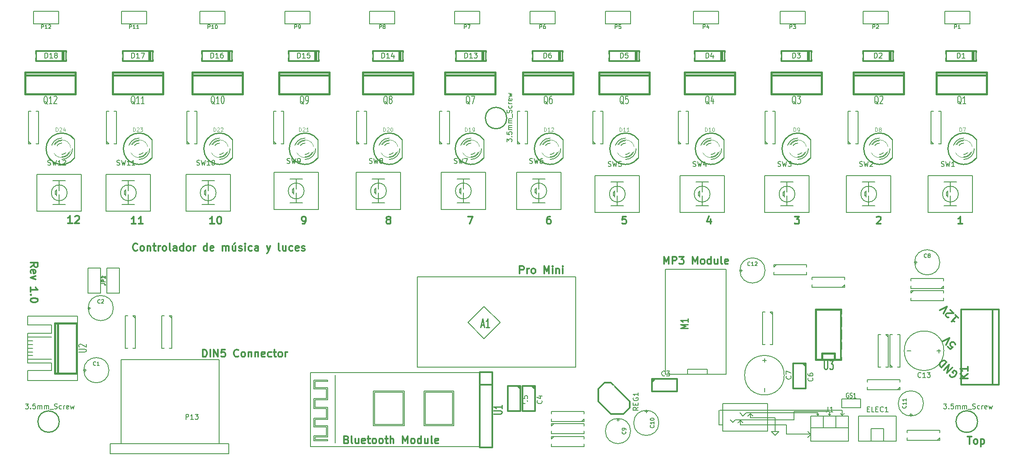
<source format=gto>
G04 (created by PCBNEW (2013-07-07 BZR 4022)-stable) date 09/07/2014 11:29:38*
%MOIN*%
G04 Gerber Fmt 3.4, Leading zero omitted, Abs format*
%FSLAX34Y34*%
G01*
G70*
G90*
G04 APERTURE LIST*
%ADD10C,0.00590551*%
%ADD11C,0.00787402*%
%ADD12C,0.011811*%
%ADD13C,0.01*%
%ADD14C,0.008*%
%ADD15C,0.015*%
%ADD16C,0.003*%
%ADD17C,0.006*%
%ADD18C,0.012*%
%ADD19C,0.005*%
%ADD20C,0.01125*%
%ADD21C,0.0035*%
%ADD22C,0.0107*%
%ADD23C,0.0075*%
%ADD24R,0.06X0.06*%
%ADD25C,0.06*%
%ADD26R,0.065X0.065*%
%ADD27C,0.065*%
%ADD28C,0.07*%
%ADD29R,0.07X0.07*%
%ADD30R,0.12X0.12*%
%ADD31C,0.055*%
%ADD32C,0.066*%
%ADD33R,0.055X0.055*%
%ADD34R,0.1X0.1*%
%ADD35C,0.1*%
%ADD36C,0.095*%
%ADD37C,0.0787402*%
%ADD38R,0.09X0.062*%
%ADD39O,0.09X0.062*%
%ADD40C,0.137795*%
%ADD41R,0.0393701X0.0393701*%
%ADD42C,0.0472441*%
%ADD43R,0.038X0.05*%
G04 APERTURE END LIST*
G54D10*
G54D11*
X84400Y-57500D02*
X84400Y-58500D01*
X83400Y-57500D02*
X84400Y-57500D01*
X83400Y-58500D02*
X83400Y-57500D01*
X80600Y-57450D02*
X80550Y-57450D01*
X80600Y-56500D02*
X80600Y-57450D01*
X79600Y-56500D02*
X79600Y-57450D01*
X78600Y-57450D02*
X81600Y-57450D01*
X78550Y-58000D02*
X78350Y-58200D01*
X78550Y-57950D02*
X78350Y-57750D01*
X76650Y-57950D02*
X78550Y-57950D01*
X76650Y-57200D02*
X76650Y-57950D01*
X75750Y-57200D02*
X76650Y-57200D01*
X80100Y-56450D02*
X80200Y-56350D01*
X80100Y-56450D02*
X80000Y-56350D01*
X80100Y-56150D02*
X80100Y-56450D01*
X77250Y-56150D02*
X80100Y-56150D01*
X77250Y-56800D02*
X77250Y-56150D01*
X76800Y-56050D02*
X81100Y-56050D01*
X74950Y-56800D02*
X77250Y-56800D01*
X79150Y-56450D02*
X79250Y-56350D01*
X79150Y-56450D02*
X79050Y-56350D01*
X79150Y-56250D02*
X79150Y-56450D01*
X74950Y-56250D02*
X79150Y-56250D01*
X75800Y-57200D02*
G75*
G03X75800Y-57200I-50J0D01*
G74*
G01*
X74950Y-57200D02*
X75750Y-57200D01*
X71600Y-55500D02*
X71600Y-55600D01*
X75150Y-55500D02*
X71600Y-55500D01*
X75150Y-57700D02*
X75150Y-55500D01*
X71600Y-57700D02*
X75150Y-57700D01*
X71600Y-55600D02*
X71600Y-57700D01*
X76050Y-57750D02*
X75750Y-57750D01*
X75750Y-58050D02*
X76050Y-57750D01*
X75450Y-57750D02*
X75750Y-58050D01*
X75750Y-57750D02*
X75450Y-57750D01*
X75750Y-56650D02*
X75750Y-57750D01*
X74950Y-56650D02*
X75750Y-56650D01*
X81100Y-56450D02*
X81250Y-56300D01*
X81100Y-56450D02*
X80950Y-56300D01*
X81100Y-56050D02*
X81100Y-56450D01*
X78600Y-58000D02*
X78600Y-57950D01*
X74950Y-56050D02*
X76800Y-56050D01*
X71600Y-56050D02*
X74950Y-56050D01*
X71600Y-56050D02*
X71350Y-56050D01*
X71600Y-57200D02*
X71600Y-56050D01*
X71300Y-57200D02*
X71600Y-57200D01*
X71300Y-56050D02*
X71300Y-57200D01*
X73000Y-57200D02*
X74950Y-57200D01*
X73000Y-56900D02*
X73000Y-57200D01*
X72850Y-57000D02*
X72800Y-57050D01*
X73150Y-57000D02*
X73200Y-57050D01*
X73000Y-56850D02*
X73150Y-57000D01*
X73000Y-56850D02*
X72850Y-57000D01*
X72600Y-56800D02*
X74950Y-56800D01*
X72550Y-56850D02*
X72600Y-56800D01*
X72400Y-57000D02*
X72550Y-56850D01*
X72200Y-56800D02*
X72400Y-57000D01*
X73800Y-56650D02*
X74950Y-56650D01*
X73800Y-56350D02*
X73800Y-56650D01*
X73800Y-56300D02*
X74000Y-56500D01*
X73800Y-56300D02*
X73600Y-56500D01*
X73450Y-56250D02*
X74950Y-56250D01*
X73200Y-56500D02*
X73450Y-56250D01*
X72950Y-56250D02*
X73200Y-56500D01*
G54D12*
X16510Y-44626D02*
X16792Y-44429D01*
X16510Y-44289D02*
X17101Y-44289D01*
X17101Y-44514D01*
X17073Y-44570D01*
X17045Y-44598D01*
X16989Y-44626D01*
X16904Y-44626D01*
X16848Y-44598D01*
X16820Y-44570D01*
X16792Y-44514D01*
X16792Y-44289D01*
X16539Y-45104D02*
X16510Y-45048D01*
X16510Y-44936D01*
X16539Y-44879D01*
X16595Y-44851D01*
X16820Y-44851D01*
X16876Y-44879D01*
X16904Y-44936D01*
X16904Y-45048D01*
X16876Y-45104D01*
X16820Y-45132D01*
X16764Y-45132D01*
X16707Y-44851D01*
X16904Y-45329D02*
X16510Y-45470D01*
X16904Y-45610D01*
X16510Y-46595D02*
X16510Y-46257D01*
X16510Y-46426D02*
X17101Y-46426D01*
X17017Y-46370D01*
X16960Y-46314D01*
X16932Y-46257D01*
X16567Y-46848D02*
X16539Y-46876D01*
X16510Y-46848D01*
X16539Y-46820D01*
X16567Y-46848D01*
X16510Y-46848D01*
X17101Y-47242D02*
X17101Y-47298D01*
X17073Y-47354D01*
X17045Y-47382D01*
X16989Y-47410D01*
X16876Y-47438D01*
X16735Y-47438D01*
X16623Y-47410D01*
X16567Y-47382D01*
X16539Y-47354D01*
X16510Y-47298D01*
X16510Y-47242D01*
X16539Y-47185D01*
X16567Y-47157D01*
X16623Y-47129D01*
X16735Y-47101D01*
X16876Y-47101D01*
X16989Y-47129D01*
X17045Y-47157D01*
X17073Y-47185D01*
X17101Y-47242D01*
X89639Y-53246D02*
X89659Y-53306D01*
X89719Y-53366D01*
X89798Y-53405D01*
X89878Y-53405D01*
X89937Y-53386D01*
X90037Y-53326D01*
X90096Y-53266D01*
X90156Y-53167D01*
X90176Y-53107D01*
X90176Y-53028D01*
X90136Y-52948D01*
X90096Y-52908D01*
X90017Y-52869D01*
X89977Y-52869D01*
X89838Y-53008D01*
X89917Y-53087D01*
X89838Y-52650D02*
X89420Y-53067D01*
X89599Y-52411D01*
X89182Y-52829D01*
X89400Y-52212D02*
X88983Y-52630D01*
X88883Y-52530D01*
X88844Y-52451D01*
X88844Y-52371D01*
X88863Y-52312D01*
X88923Y-52212D01*
X88983Y-52153D01*
X89082Y-52093D01*
X89142Y-52073D01*
X89221Y-52073D01*
X89301Y-52113D01*
X89400Y-52212D01*
X89480Y-50978D02*
X89679Y-51176D01*
X89898Y-50997D01*
X89858Y-50997D01*
X89799Y-50978D01*
X89699Y-50878D01*
X89679Y-50819D01*
X89679Y-50779D01*
X89699Y-50719D01*
X89799Y-50620D01*
X89858Y-50600D01*
X89898Y-50600D01*
X89958Y-50620D01*
X90057Y-50719D01*
X90077Y-50779D01*
X90077Y-50819D01*
X89341Y-50838D02*
X89620Y-50282D01*
X89063Y-50560D01*
X90077Y-48439D02*
X90316Y-48678D01*
X90196Y-48558D02*
X89779Y-48976D01*
X89878Y-48956D01*
X89958Y-48956D01*
X90017Y-48976D01*
X89540Y-48658D02*
X89500Y-48658D01*
X89441Y-48638D01*
X89341Y-48538D01*
X89321Y-48479D01*
X89321Y-48439D01*
X89341Y-48379D01*
X89381Y-48340D01*
X89461Y-48300D01*
X89938Y-48300D01*
X89679Y-48041D01*
X89142Y-48340D02*
X89421Y-47783D01*
X88864Y-48061D01*
G54D13*
X91860Y-56950D02*
G75*
G03X91860Y-56950I-860J0D01*
G74*
G01*
X18800Y-56950D02*
G75*
G03X18800Y-56950I-850J0D01*
G74*
G01*
X54401Y-32750D02*
G75*
G03X54401Y-32750I-851J0D01*
G74*
G01*
G54D12*
X25017Y-43282D02*
X24989Y-43310D01*
X24905Y-43339D01*
X24849Y-43339D01*
X24764Y-43310D01*
X24708Y-43254D01*
X24680Y-43198D01*
X24652Y-43085D01*
X24652Y-43001D01*
X24680Y-42889D01*
X24708Y-42832D01*
X24764Y-42776D01*
X24849Y-42748D01*
X24905Y-42748D01*
X24989Y-42776D01*
X25017Y-42804D01*
X25355Y-43339D02*
X25299Y-43310D01*
X25271Y-43282D01*
X25242Y-43226D01*
X25242Y-43057D01*
X25271Y-43001D01*
X25299Y-42973D01*
X25355Y-42945D01*
X25439Y-42945D01*
X25496Y-42973D01*
X25524Y-43001D01*
X25552Y-43057D01*
X25552Y-43226D01*
X25524Y-43282D01*
X25496Y-43310D01*
X25439Y-43339D01*
X25355Y-43339D01*
X25805Y-42945D02*
X25805Y-43339D01*
X25805Y-43001D02*
X25833Y-42973D01*
X25889Y-42945D01*
X25974Y-42945D01*
X26030Y-42973D01*
X26058Y-43029D01*
X26058Y-43339D01*
X26255Y-42945D02*
X26480Y-42945D01*
X26339Y-42748D02*
X26339Y-43254D01*
X26367Y-43310D01*
X26424Y-43339D01*
X26480Y-43339D01*
X26677Y-43339D02*
X26677Y-42945D01*
X26677Y-43057D02*
X26705Y-43001D01*
X26733Y-42973D01*
X26789Y-42945D01*
X26845Y-42945D01*
X27127Y-43339D02*
X27070Y-43310D01*
X27042Y-43282D01*
X27014Y-43226D01*
X27014Y-43057D01*
X27042Y-43001D01*
X27070Y-42973D01*
X27127Y-42945D01*
X27211Y-42945D01*
X27267Y-42973D01*
X27295Y-43001D01*
X27323Y-43057D01*
X27323Y-43226D01*
X27295Y-43282D01*
X27267Y-43310D01*
X27211Y-43339D01*
X27127Y-43339D01*
X27661Y-43339D02*
X27605Y-43310D01*
X27577Y-43254D01*
X27577Y-42748D01*
X28139Y-43339D02*
X28139Y-43029D01*
X28111Y-42973D01*
X28055Y-42945D01*
X27942Y-42945D01*
X27886Y-42973D01*
X28139Y-43310D02*
X28083Y-43339D01*
X27942Y-43339D01*
X27886Y-43310D01*
X27858Y-43254D01*
X27858Y-43198D01*
X27886Y-43142D01*
X27942Y-43114D01*
X28083Y-43114D01*
X28139Y-43085D01*
X28673Y-43339D02*
X28673Y-42748D01*
X28673Y-43310D02*
X28617Y-43339D01*
X28505Y-43339D01*
X28448Y-43310D01*
X28420Y-43282D01*
X28392Y-43226D01*
X28392Y-43057D01*
X28420Y-43001D01*
X28448Y-42973D01*
X28505Y-42945D01*
X28617Y-42945D01*
X28673Y-42973D01*
X29039Y-43339D02*
X28983Y-43310D01*
X28955Y-43282D01*
X28926Y-43226D01*
X28926Y-43057D01*
X28955Y-43001D01*
X28983Y-42973D01*
X29039Y-42945D01*
X29123Y-42945D01*
X29179Y-42973D01*
X29208Y-43001D01*
X29236Y-43057D01*
X29236Y-43226D01*
X29208Y-43282D01*
X29179Y-43310D01*
X29123Y-43339D01*
X29039Y-43339D01*
X29489Y-43339D02*
X29489Y-42945D01*
X29489Y-43057D02*
X29517Y-43001D01*
X29545Y-42973D01*
X29601Y-42945D01*
X29658Y-42945D01*
X30557Y-43339D02*
X30557Y-42748D01*
X30557Y-43310D02*
X30501Y-43339D01*
X30389Y-43339D01*
X30332Y-43310D01*
X30304Y-43282D01*
X30276Y-43226D01*
X30276Y-43057D01*
X30304Y-43001D01*
X30332Y-42973D01*
X30389Y-42945D01*
X30501Y-42945D01*
X30557Y-42973D01*
X31064Y-43310D02*
X31007Y-43339D01*
X30895Y-43339D01*
X30839Y-43310D01*
X30811Y-43254D01*
X30811Y-43029D01*
X30839Y-42973D01*
X30895Y-42945D01*
X31007Y-42945D01*
X31064Y-42973D01*
X31092Y-43029D01*
X31092Y-43085D01*
X30811Y-43142D01*
X31795Y-43339D02*
X31795Y-42945D01*
X31795Y-43001D02*
X31823Y-42973D01*
X31879Y-42945D01*
X31964Y-42945D01*
X32020Y-42973D01*
X32048Y-43029D01*
X32048Y-43339D01*
X32048Y-43029D02*
X32076Y-42973D01*
X32132Y-42945D01*
X32217Y-42945D01*
X32273Y-42973D01*
X32301Y-43029D01*
X32301Y-43339D01*
X32835Y-42945D02*
X32835Y-43339D01*
X32582Y-42945D02*
X32582Y-43254D01*
X32610Y-43310D01*
X32667Y-43339D01*
X32751Y-43339D01*
X32807Y-43310D01*
X32835Y-43282D01*
X32779Y-42720D02*
X32695Y-42804D01*
X33088Y-43310D02*
X33145Y-43339D01*
X33257Y-43339D01*
X33313Y-43310D01*
X33341Y-43254D01*
X33341Y-43226D01*
X33313Y-43170D01*
X33257Y-43142D01*
X33173Y-43142D01*
X33116Y-43114D01*
X33088Y-43057D01*
X33088Y-43029D01*
X33116Y-42973D01*
X33173Y-42945D01*
X33257Y-42945D01*
X33313Y-42973D01*
X33595Y-43339D02*
X33595Y-42945D01*
X33595Y-42748D02*
X33566Y-42776D01*
X33595Y-42804D01*
X33623Y-42776D01*
X33595Y-42748D01*
X33595Y-42804D01*
X34129Y-43310D02*
X34073Y-43339D01*
X33960Y-43339D01*
X33904Y-43310D01*
X33876Y-43282D01*
X33848Y-43226D01*
X33848Y-43057D01*
X33876Y-43001D01*
X33904Y-42973D01*
X33960Y-42945D01*
X34073Y-42945D01*
X34129Y-42973D01*
X34635Y-43339D02*
X34635Y-43029D01*
X34607Y-42973D01*
X34551Y-42945D01*
X34438Y-42945D01*
X34382Y-42973D01*
X34635Y-43310D02*
X34579Y-43339D01*
X34438Y-43339D01*
X34382Y-43310D01*
X34354Y-43254D01*
X34354Y-43198D01*
X34382Y-43142D01*
X34438Y-43114D01*
X34579Y-43114D01*
X34635Y-43085D01*
X35310Y-42945D02*
X35451Y-43339D01*
X35591Y-42945D02*
X35451Y-43339D01*
X35394Y-43479D01*
X35366Y-43507D01*
X35310Y-43535D01*
X36350Y-43339D02*
X36294Y-43310D01*
X36266Y-43254D01*
X36266Y-42748D01*
X36829Y-42945D02*
X36829Y-43339D01*
X36575Y-42945D02*
X36575Y-43254D01*
X36604Y-43310D01*
X36660Y-43339D01*
X36744Y-43339D01*
X36800Y-43310D01*
X36829Y-43282D01*
X37363Y-43310D02*
X37307Y-43339D01*
X37194Y-43339D01*
X37138Y-43310D01*
X37110Y-43282D01*
X37082Y-43226D01*
X37082Y-43057D01*
X37110Y-43001D01*
X37138Y-42973D01*
X37194Y-42945D01*
X37307Y-42945D01*
X37363Y-42973D01*
X37841Y-43310D02*
X37785Y-43339D01*
X37672Y-43339D01*
X37616Y-43310D01*
X37588Y-43254D01*
X37588Y-43029D01*
X37616Y-42973D01*
X37672Y-42945D01*
X37785Y-42945D01*
X37841Y-42973D01*
X37869Y-43029D01*
X37869Y-43085D01*
X37588Y-43142D01*
X38094Y-43310D02*
X38150Y-43339D01*
X38263Y-43339D01*
X38319Y-43310D01*
X38347Y-43254D01*
X38347Y-43226D01*
X38319Y-43170D01*
X38263Y-43142D01*
X38178Y-43142D01*
X38122Y-43114D01*
X38094Y-43057D01*
X38094Y-43029D01*
X38122Y-42973D01*
X38178Y-42945D01*
X38263Y-42945D01*
X38319Y-42973D01*
X91046Y-58148D02*
X91384Y-58148D01*
X91215Y-58739D02*
X91215Y-58148D01*
X91665Y-58739D02*
X91609Y-58710D01*
X91581Y-58682D01*
X91553Y-58626D01*
X91553Y-58457D01*
X91581Y-58401D01*
X91609Y-58373D01*
X91665Y-58345D01*
X91750Y-58345D01*
X91806Y-58373D01*
X91834Y-58401D01*
X91862Y-58457D01*
X91862Y-58626D01*
X91834Y-58682D01*
X91806Y-58710D01*
X91750Y-58739D01*
X91665Y-58739D01*
X92115Y-58345D02*
X92115Y-58935D01*
X92115Y-58373D02*
X92171Y-58345D01*
X92284Y-58345D01*
X92340Y-58373D01*
X92368Y-58401D01*
X92396Y-58457D01*
X92396Y-58626D01*
X92368Y-58682D01*
X92340Y-58710D01*
X92284Y-58739D01*
X92171Y-58739D01*
X92115Y-58710D01*
X90668Y-41189D02*
X90331Y-41189D01*
X90500Y-41189D02*
X90500Y-40598D01*
X90443Y-40682D01*
X90387Y-40739D01*
X90331Y-40767D01*
X83831Y-40654D02*
X83859Y-40626D01*
X83915Y-40598D01*
X84056Y-40598D01*
X84112Y-40626D01*
X84140Y-40654D01*
X84168Y-40710D01*
X84168Y-40767D01*
X84140Y-40851D01*
X83803Y-41189D01*
X84168Y-41189D01*
X77303Y-40598D02*
X77668Y-40598D01*
X77471Y-40823D01*
X77556Y-40823D01*
X77612Y-40851D01*
X77640Y-40879D01*
X77668Y-40935D01*
X77668Y-41076D01*
X77640Y-41132D01*
X77612Y-41160D01*
X77556Y-41189D01*
X77387Y-41189D01*
X77331Y-41160D01*
X77303Y-41132D01*
X70612Y-40795D02*
X70612Y-41189D01*
X70471Y-40570D02*
X70331Y-40992D01*
X70696Y-40992D01*
X63890Y-40598D02*
X63609Y-40598D01*
X63581Y-40879D01*
X63609Y-40851D01*
X63665Y-40823D01*
X63806Y-40823D01*
X63862Y-40851D01*
X63890Y-40879D01*
X63918Y-40935D01*
X63918Y-41076D01*
X63890Y-41132D01*
X63862Y-41160D01*
X63806Y-41189D01*
X63665Y-41189D01*
X63609Y-41160D01*
X63581Y-41132D01*
X57862Y-40598D02*
X57750Y-40598D01*
X57693Y-40626D01*
X57665Y-40654D01*
X57609Y-40739D01*
X57581Y-40851D01*
X57581Y-41076D01*
X57609Y-41132D01*
X57637Y-41160D01*
X57693Y-41189D01*
X57806Y-41189D01*
X57862Y-41160D01*
X57890Y-41132D01*
X57918Y-41076D01*
X57918Y-40935D01*
X57890Y-40879D01*
X57862Y-40851D01*
X57806Y-40823D01*
X57693Y-40823D01*
X57637Y-40851D01*
X57609Y-40879D01*
X57581Y-40935D01*
X51303Y-40598D02*
X51696Y-40598D01*
X51443Y-41189D01*
X44943Y-40851D02*
X44887Y-40823D01*
X44859Y-40795D01*
X44831Y-40739D01*
X44831Y-40710D01*
X44859Y-40654D01*
X44887Y-40626D01*
X44943Y-40598D01*
X45056Y-40598D01*
X45112Y-40626D01*
X45140Y-40654D01*
X45168Y-40710D01*
X45168Y-40739D01*
X45140Y-40795D01*
X45112Y-40823D01*
X45056Y-40851D01*
X44943Y-40851D01*
X44887Y-40879D01*
X44859Y-40907D01*
X44831Y-40964D01*
X44831Y-41076D01*
X44859Y-41132D01*
X44887Y-41160D01*
X44943Y-41189D01*
X45056Y-41189D01*
X45112Y-41160D01*
X45140Y-41132D01*
X45168Y-41076D01*
X45168Y-40964D01*
X45140Y-40907D01*
X45112Y-40879D01*
X45056Y-40851D01*
X38137Y-41189D02*
X38250Y-41189D01*
X38306Y-41160D01*
X38334Y-41132D01*
X38390Y-41048D01*
X38418Y-40935D01*
X38418Y-40710D01*
X38390Y-40654D01*
X38362Y-40626D01*
X38306Y-40598D01*
X38193Y-40598D01*
X38137Y-40626D01*
X38109Y-40654D01*
X38081Y-40710D01*
X38081Y-40851D01*
X38109Y-40907D01*
X38137Y-40935D01*
X38193Y-40964D01*
X38306Y-40964D01*
X38362Y-40935D01*
X38390Y-40907D01*
X38418Y-40851D01*
X31137Y-41189D02*
X30800Y-41189D01*
X30968Y-41189D02*
X30968Y-40598D01*
X30912Y-40682D01*
X30856Y-40739D01*
X30800Y-40767D01*
X31503Y-40598D02*
X31559Y-40598D01*
X31615Y-40626D01*
X31643Y-40654D01*
X31671Y-40710D01*
X31699Y-40823D01*
X31699Y-40964D01*
X31671Y-41076D01*
X31643Y-41132D01*
X31615Y-41160D01*
X31559Y-41189D01*
X31503Y-41189D01*
X31446Y-41160D01*
X31418Y-41132D01*
X31390Y-41076D01*
X31362Y-40964D01*
X31362Y-40823D01*
X31390Y-40710D01*
X31418Y-40654D01*
X31446Y-40626D01*
X31503Y-40598D01*
X24887Y-41189D02*
X24550Y-41189D01*
X24718Y-41189D02*
X24718Y-40598D01*
X24662Y-40682D01*
X24606Y-40739D01*
X24550Y-40767D01*
X25449Y-41189D02*
X25112Y-41189D01*
X25281Y-41189D02*
X25281Y-40598D01*
X25224Y-40682D01*
X25168Y-40739D01*
X25112Y-40767D01*
X19837Y-41139D02*
X19500Y-41139D01*
X19668Y-41139D02*
X19668Y-40548D01*
X19612Y-40632D01*
X19556Y-40689D01*
X19500Y-40717D01*
X20062Y-40604D02*
X20090Y-40576D01*
X20146Y-40548D01*
X20287Y-40548D01*
X20343Y-40576D01*
X20371Y-40604D01*
X20399Y-40660D01*
X20399Y-40717D01*
X20371Y-40801D01*
X20034Y-41139D01*
X20399Y-41139D01*
X55434Y-45139D02*
X55434Y-44548D01*
X55659Y-44548D01*
X55715Y-44576D01*
X55743Y-44604D01*
X55772Y-44660D01*
X55772Y-44745D01*
X55743Y-44801D01*
X55715Y-44829D01*
X55659Y-44857D01*
X55434Y-44857D01*
X56025Y-45139D02*
X56025Y-44745D01*
X56025Y-44857D02*
X56053Y-44801D01*
X56081Y-44773D01*
X56137Y-44745D01*
X56193Y-44745D01*
X56475Y-45139D02*
X56418Y-45110D01*
X56390Y-45082D01*
X56362Y-45026D01*
X56362Y-44857D01*
X56390Y-44801D01*
X56418Y-44773D01*
X56475Y-44745D01*
X56559Y-44745D01*
X56615Y-44773D01*
X56643Y-44801D01*
X56671Y-44857D01*
X56671Y-45026D01*
X56643Y-45082D01*
X56615Y-45110D01*
X56559Y-45139D01*
X56475Y-45139D01*
X57374Y-45139D02*
X57374Y-44548D01*
X57571Y-44970D01*
X57768Y-44548D01*
X57768Y-45139D01*
X58049Y-45139D02*
X58049Y-44745D01*
X58049Y-44548D02*
X58021Y-44576D01*
X58049Y-44604D01*
X58078Y-44576D01*
X58049Y-44548D01*
X58049Y-44604D01*
X58331Y-44745D02*
X58331Y-45139D01*
X58331Y-44801D02*
X58359Y-44773D01*
X58415Y-44745D01*
X58499Y-44745D01*
X58556Y-44773D01*
X58584Y-44829D01*
X58584Y-45139D01*
X58865Y-45139D02*
X58865Y-44745D01*
X58865Y-44548D02*
X58837Y-44576D01*
X58865Y-44604D01*
X58893Y-44576D01*
X58865Y-44548D01*
X58865Y-44604D01*
X30217Y-51789D02*
X30217Y-51198D01*
X30358Y-51198D01*
X30442Y-51226D01*
X30498Y-51282D01*
X30526Y-51339D01*
X30555Y-51451D01*
X30555Y-51535D01*
X30526Y-51648D01*
X30498Y-51704D01*
X30442Y-51760D01*
X30358Y-51789D01*
X30217Y-51789D01*
X30808Y-51789D02*
X30808Y-51198D01*
X31089Y-51789D02*
X31089Y-51198D01*
X31426Y-51789D01*
X31426Y-51198D01*
X31989Y-51198D02*
X31708Y-51198D01*
X31679Y-51479D01*
X31708Y-51451D01*
X31764Y-51423D01*
X31904Y-51423D01*
X31961Y-51451D01*
X31989Y-51479D01*
X32017Y-51535D01*
X32017Y-51676D01*
X31989Y-51732D01*
X31961Y-51760D01*
X31904Y-51789D01*
X31764Y-51789D01*
X31708Y-51760D01*
X31679Y-51732D01*
X33057Y-51732D02*
X33029Y-51760D01*
X32945Y-51789D01*
X32889Y-51789D01*
X32804Y-51760D01*
X32748Y-51704D01*
X32720Y-51648D01*
X32692Y-51535D01*
X32692Y-51451D01*
X32720Y-51339D01*
X32748Y-51282D01*
X32804Y-51226D01*
X32889Y-51198D01*
X32945Y-51198D01*
X33029Y-51226D01*
X33057Y-51254D01*
X33395Y-51789D02*
X33339Y-51760D01*
X33310Y-51732D01*
X33282Y-51676D01*
X33282Y-51507D01*
X33310Y-51451D01*
X33339Y-51423D01*
X33395Y-51395D01*
X33479Y-51395D01*
X33535Y-51423D01*
X33564Y-51451D01*
X33592Y-51507D01*
X33592Y-51676D01*
X33564Y-51732D01*
X33535Y-51760D01*
X33479Y-51789D01*
X33395Y-51789D01*
X33845Y-51395D02*
X33845Y-51789D01*
X33845Y-51451D02*
X33873Y-51423D01*
X33929Y-51395D01*
X34014Y-51395D01*
X34070Y-51423D01*
X34098Y-51479D01*
X34098Y-51789D01*
X34379Y-51395D02*
X34379Y-51789D01*
X34379Y-51451D02*
X34407Y-51423D01*
X34463Y-51395D01*
X34548Y-51395D01*
X34604Y-51423D01*
X34632Y-51479D01*
X34632Y-51789D01*
X35138Y-51760D02*
X35082Y-51789D01*
X34970Y-51789D01*
X34913Y-51760D01*
X34885Y-51704D01*
X34885Y-51479D01*
X34913Y-51423D01*
X34970Y-51395D01*
X35082Y-51395D01*
X35138Y-51423D01*
X35166Y-51479D01*
X35166Y-51535D01*
X34885Y-51592D01*
X35673Y-51760D02*
X35616Y-51789D01*
X35504Y-51789D01*
X35448Y-51760D01*
X35420Y-51732D01*
X35391Y-51676D01*
X35391Y-51507D01*
X35420Y-51451D01*
X35448Y-51423D01*
X35504Y-51395D01*
X35616Y-51395D01*
X35673Y-51423D01*
X35841Y-51395D02*
X36066Y-51395D01*
X35926Y-51198D02*
X35926Y-51704D01*
X35954Y-51760D01*
X36010Y-51789D01*
X36066Y-51789D01*
X36348Y-51789D02*
X36291Y-51760D01*
X36263Y-51732D01*
X36235Y-51676D01*
X36235Y-51507D01*
X36263Y-51451D01*
X36291Y-51423D01*
X36348Y-51395D01*
X36432Y-51395D01*
X36488Y-51423D01*
X36516Y-51451D01*
X36544Y-51507D01*
X36544Y-51676D01*
X36516Y-51732D01*
X36488Y-51760D01*
X36432Y-51789D01*
X36348Y-51789D01*
X36798Y-51789D02*
X36798Y-51395D01*
X36798Y-51507D02*
X36826Y-51451D01*
X36854Y-51423D01*
X36910Y-51395D01*
X36966Y-51395D01*
X66905Y-44389D02*
X66905Y-43798D01*
X67101Y-44220D01*
X67298Y-43798D01*
X67298Y-44389D01*
X67579Y-44389D02*
X67579Y-43798D01*
X67804Y-43798D01*
X67861Y-43826D01*
X67889Y-43854D01*
X67917Y-43910D01*
X67917Y-43995D01*
X67889Y-44051D01*
X67861Y-44079D01*
X67804Y-44107D01*
X67579Y-44107D01*
X68114Y-43798D02*
X68479Y-43798D01*
X68282Y-44023D01*
X68367Y-44023D01*
X68423Y-44051D01*
X68451Y-44079D01*
X68479Y-44135D01*
X68479Y-44276D01*
X68451Y-44332D01*
X68423Y-44360D01*
X68367Y-44389D01*
X68198Y-44389D01*
X68142Y-44360D01*
X68114Y-44332D01*
X69182Y-44389D02*
X69182Y-43798D01*
X69379Y-44220D01*
X69576Y-43798D01*
X69576Y-44389D01*
X69942Y-44389D02*
X69885Y-44360D01*
X69857Y-44332D01*
X69829Y-44276D01*
X69829Y-44107D01*
X69857Y-44051D01*
X69885Y-44023D01*
X69942Y-43995D01*
X70026Y-43995D01*
X70082Y-44023D01*
X70110Y-44051D01*
X70138Y-44107D01*
X70138Y-44276D01*
X70110Y-44332D01*
X70082Y-44360D01*
X70026Y-44389D01*
X69942Y-44389D01*
X70645Y-44389D02*
X70645Y-43798D01*
X70645Y-44360D02*
X70588Y-44389D01*
X70476Y-44389D01*
X70420Y-44360D01*
X70392Y-44332D01*
X70363Y-44276D01*
X70363Y-44107D01*
X70392Y-44051D01*
X70420Y-44023D01*
X70476Y-43995D01*
X70588Y-43995D01*
X70645Y-44023D01*
X71179Y-43995D02*
X71179Y-44389D01*
X70926Y-43995D02*
X70926Y-44304D01*
X70954Y-44360D01*
X71010Y-44389D01*
X71095Y-44389D01*
X71151Y-44360D01*
X71179Y-44332D01*
X71545Y-44389D02*
X71488Y-44360D01*
X71460Y-44304D01*
X71460Y-43798D01*
X71994Y-44360D02*
X71938Y-44389D01*
X71826Y-44389D01*
X71770Y-44360D01*
X71741Y-44304D01*
X71741Y-44079D01*
X71770Y-44023D01*
X71826Y-43995D01*
X71938Y-43995D01*
X71994Y-44023D01*
X72023Y-44079D01*
X72023Y-44135D01*
X71741Y-44192D01*
X41656Y-58379D02*
X41741Y-58407D01*
X41769Y-58435D01*
X41797Y-58492D01*
X41797Y-58576D01*
X41769Y-58632D01*
X41741Y-58660D01*
X41684Y-58689D01*
X41459Y-58689D01*
X41459Y-58098D01*
X41656Y-58098D01*
X41712Y-58126D01*
X41741Y-58154D01*
X41769Y-58210D01*
X41769Y-58267D01*
X41741Y-58323D01*
X41712Y-58351D01*
X41656Y-58379D01*
X41459Y-58379D01*
X42134Y-58689D02*
X42078Y-58660D01*
X42050Y-58604D01*
X42050Y-58098D01*
X42612Y-58295D02*
X42612Y-58689D01*
X42359Y-58295D02*
X42359Y-58604D01*
X42387Y-58660D01*
X42444Y-58689D01*
X42528Y-58689D01*
X42584Y-58660D01*
X42612Y-58632D01*
X43119Y-58660D02*
X43062Y-58689D01*
X42950Y-58689D01*
X42894Y-58660D01*
X42865Y-58604D01*
X42865Y-58379D01*
X42894Y-58323D01*
X42950Y-58295D01*
X43062Y-58295D01*
X43119Y-58323D01*
X43147Y-58379D01*
X43147Y-58435D01*
X42865Y-58492D01*
X43315Y-58295D02*
X43540Y-58295D01*
X43400Y-58098D02*
X43400Y-58604D01*
X43428Y-58660D01*
X43484Y-58689D01*
X43540Y-58689D01*
X43822Y-58689D02*
X43765Y-58660D01*
X43737Y-58632D01*
X43709Y-58576D01*
X43709Y-58407D01*
X43737Y-58351D01*
X43765Y-58323D01*
X43822Y-58295D01*
X43906Y-58295D01*
X43962Y-58323D01*
X43990Y-58351D01*
X44018Y-58407D01*
X44018Y-58576D01*
X43990Y-58632D01*
X43962Y-58660D01*
X43906Y-58689D01*
X43822Y-58689D01*
X44356Y-58689D02*
X44300Y-58660D01*
X44271Y-58632D01*
X44243Y-58576D01*
X44243Y-58407D01*
X44271Y-58351D01*
X44300Y-58323D01*
X44356Y-58295D01*
X44440Y-58295D01*
X44496Y-58323D01*
X44525Y-58351D01*
X44553Y-58407D01*
X44553Y-58576D01*
X44525Y-58632D01*
X44496Y-58660D01*
X44440Y-58689D01*
X44356Y-58689D01*
X44721Y-58295D02*
X44946Y-58295D01*
X44806Y-58098D02*
X44806Y-58604D01*
X44834Y-58660D01*
X44890Y-58689D01*
X44946Y-58689D01*
X45143Y-58689D02*
X45143Y-58098D01*
X45396Y-58689D02*
X45396Y-58379D01*
X45368Y-58323D01*
X45312Y-58295D01*
X45228Y-58295D01*
X45171Y-58323D01*
X45143Y-58351D01*
X46128Y-58689D02*
X46128Y-58098D01*
X46324Y-58520D01*
X46521Y-58098D01*
X46521Y-58689D01*
X46887Y-58689D02*
X46831Y-58660D01*
X46802Y-58632D01*
X46774Y-58576D01*
X46774Y-58407D01*
X46802Y-58351D01*
X46831Y-58323D01*
X46887Y-58295D01*
X46971Y-58295D01*
X47027Y-58323D01*
X47056Y-58351D01*
X47084Y-58407D01*
X47084Y-58576D01*
X47056Y-58632D01*
X47027Y-58660D01*
X46971Y-58689D01*
X46887Y-58689D01*
X47590Y-58689D02*
X47590Y-58098D01*
X47590Y-58660D02*
X47534Y-58689D01*
X47421Y-58689D01*
X47365Y-58660D01*
X47337Y-58632D01*
X47309Y-58576D01*
X47309Y-58407D01*
X47337Y-58351D01*
X47365Y-58323D01*
X47421Y-58295D01*
X47534Y-58295D01*
X47590Y-58323D01*
X48124Y-58295D02*
X48124Y-58689D01*
X47871Y-58295D02*
X47871Y-58604D01*
X47899Y-58660D01*
X47955Y-58689D01*
X48040Y-58689D01*
X48096Y-58660D01*
X48124Y-58632D01*
X48490Y-58689D02*
X48433Y-58660D01*
X48405Y-58604D01*
X48405Y-58098D01*
X48940Y-58660D02*
X48883Y-58689D01*
X48771Y-58689D01*
X48715Y-58660D01*
X48687Y-58604D01*
X48687Y-58379D01*
X48715Y-58323D01*
X48771Y-58295D01*
X48883Y-58295D01*
X48940Y-58323D01*
X48968Y-58379D01*
X48968Y-58435D01*
X48687Y-58492D01*
G54D14*
X81600Y-58500D02*
X78600Y-58500D01*
X78600Y-56500D02*
X81600Y-56500D01*
X81600Y-56500D02*
X81600Y-58500D01*
X78600Y-58500D02*
X78600Y-56500D01*
G54D10*
X53879Y-49050D02*
X52600Y-50329D01*
X52600Y-50329D02*
X51320Y-49050D01*
X51320Y-49050D02*
X52600Y-47770D01*
X52600Y-47770D02*
X53879Y-49050D01*
X59883Y-52593D02*
X59883Y-45408D01*
X59883Y-45408D02*
X47285Y-45408D01*
X47285Y-45408D02*
X47285Y-52593D01*
X47285Y-52593D02*
X59883Y-52593D01*
X16300Y-51690D02*
X16694Y-51690D01*
X16300Y-51395D02*
X16694Y-51395D01*
X16300Y-51100D02*
X16694Y-51100D01*
X16300Y-50804D02*
X16694Y-50804D01*
X16300Y-50509D02*
X16694Y-50509D01*
X18170Y-51985D02*
X16300Y-51985D01*
X18170Y-50214D02*
X16300Y-50214D01*
X20237Y-53166D02*
X20237Y-53659D01*
X20237Y-53659D02*
X16300Y-53659D01*
X16300Y-53659D02*
X16300Y-52871D01*
X16300Y-52871D02*
X18170Y-52871D01*
X18170Y-52871D02*
X18170Y-52281D01*
X18170Y-52281D02*
X16300Y-52281D01*
X16300Y-52281D02*
X16300Y-49918D01*
X16300Y-49918D02*
X18170Y-49918D01*
X18170Y-49918D02*
X18170Y-49426D01*
X18170Y-49426D02*
X18170Y-49229D01*
X18170Y-49229D02*
X16300Y-49229D01*
X16300Y-49229D02*
X16300Y-48540D01*
X16300Y-48540D02*
X20237Y-48540D01*
X20237Y-48540D02*
X20237Y-49131D01*
G54D15*
X18700Y-53100D02*
X18450Y-53100D01*
X18450Y-53100D02*
X18450Y-49100D01*
X18450Y-49100D02*
X18700Y-49100D01*
X20200Y-53100D02*
X18700Y-53100D01*
X18700Y-53100D02*
X18700Y-49100D01*
X18700Y-49100D02*
X20200Y-49100D01*
X20200Y-49100D02*
X20200Y-53100D01*
G54D14*
X49450Y-35000D02*
X49450Y-34800D01*
X49450Y-32000D02*
X49450Y-32200D01*
X49450Y-32200D02*
X49050Y-32200D01*
X49050Y-32200D02*
X49050Y-34800D01*
X49050Y-34800D02*
X49850Y-34800D01*
X49850Y-34800D02*
X49850Y-32200D01*
X49850Y-32200D02*
X49450Y-32200D01*
X49250Y-34800D02*
X49050Y-34600D01*
X16750Y-35000D02*
X16750Y-34800D01*
X16750Y-32000D02*
X16750Y-32200D01*
X16750Y-32200D02*
X16350Y-32200D01*
X16350Y-32200D02*
X16350Y-34800D01*
X16350Y-34800D02*
X17150Y-34800D01*
X17150Y-34800D02*
X17150Y-32200D01*
X17150Y-32200D02*
X16750Y-32200D01*
X16550Y-34800D02*
X16350Y-34600D01*
X22950Y-35000D02*
X22950Y-34800D01*
X22950Y-32000D02*
X22950Y-32200D01*
X22950Y-32200D02*
X22550Y-32200D01*
X22550Y-32200D02*
X22550Y-34800D01*
X22550Y-34800D02*
X23350Y-34800D01*
X23350Y-34800D02*
X23350Y-32200D01*
X23350Y-32200D02*
X22950Y-32200D01*
X22750Y-34800D02*
X22550Y-34600D01*
X29350Y-35000D02*
X29350Y-34800D01*
X29350Y-32000D02*
X29350Y-32200D01*
X29350Y-32200D02*
X28950Y-32200D01*
X28950Y-32200D02*
X28950Y-34800D01*
X28950Y-34800D02*
X29750Y-34800D01*
X29750Y-34800D02*
X29750Y-32200D01*
X29750Y-32200D02*
X29350Y-32200D01*
X29150Y-34800D02*
X28950Y-34600D01*
X36250Y-35000D02*
X36250Y-34800D01*
X36250Y-32000D02*
X36250Y-32200D01*
X36250Y-32200D02*
X35850Y-32200D01*
X35850Y-32200D02*
X35850Y-34800D01*
X35850Y-34800D02*
X36650Y-34800D01*
X36650Y-34800D02*
X36650Y-32200D01*
X36650Y-32200D02*
X36250Y-32200D01*
X36050Y-34800D02*
X35850Y-34600D01*
X42850Y-35000D02*
X42850Y-34800D01*
X42850Y-32000D02*
X42850Y-32200D01*
X42850Y-32200D02*
X42450Y-32200D01*
X42450Y-32200D02*
X42450Y-34800D01*
X42450Y-34800D02*
X43250Y-34800D01*
X43250Y-34800D02*
X43250Y-32200D01*
X43250Y-32200D02*
X42850Y-32200D01*
X42650Y-34800D02*
X42450Y-34600D01*
X88550Y-35000D02*
X88550Y-34800D01*
X88550Y-32000D02*
X88550Y-32200D01*
X88550Y-32200D02*
X88150Y-32200D01*
X88150Y-32200D02*
X88150Y-34800D01*
X88150Y-34800D02*
X88950Y-34800D01*
X88950Y-34800D02*
X88950Y-32200D01*
X88950Y-32200D02*
X88550Y-32200D01*
X88350Y-34800D02*
X88150Y-34600D01*
X81950Y-35000D02*
X81950Y-34800D01*
X81950Y-32000D02*
X81950Y-32200D01*
X81950Y-32200D02*
X81550Y-32200D01*
X81550Y-32200D02*
X81550Y-34800D01*
X81550Y-34800D02*
X82350Y-34800D01*
X82350Y-34800D02*
X82350Y-32200D01*
X82350Y-32200D02*
X81950Y-32200D01*
X81750Y-34800D02*
X81550Y-34600D01*
X55650Y-35000D02*
X55650Y-34800D01*
X55650Y-32000D02*
X55650Y-32200D01*
X55650Y-32200D02*
X55250Y-32200D01*
X55250Y-32200D02*
X55250Y-34800D01*
X55250Y-34800D02*
X56050Y-34800D01*
X56050Y-34800D02*
X56050Y-32200D01*
X56050Y-32200D02*
X55650Y-32200D01*
X55450Y-34800D02*
X55250Y-34600D01*
X61650Y-35000D02*
X61650Y-34800D01*
X61650Y-32000D02*
X61650Y-32200D01*
X61650Y-32200D02*
X61250Y-32200D01*
X61250Y-32200D02*
X61250Y-34800D01*
X61250Y-34800D02*
X62050Y-34800D01*
X62050Y-34800D02*
X62050Y-32200D01*
X62050Y-32200D02*
X61650Y-32200D01*
X61450Y-34800D02*
X61250Y-34600D01*
X68450Y-35000D02*
X68450Y-34800D01*
X68450Y-32000D02*
X68450Y-32200D01*
X68450Y-32200D02*
X68050Y-32200D01*
X68050Y-32200D02*
X68050Y-34800D01*
X68050Y-34800D02*
X68850Y-34800D01*
X68850Y-34800D02*
X68850Y-32200D01*
X68850Y-32200D02*
X68450Y-32200D01*
X68250Y-34800D02*
X68050Y-34600D01*
X75350Y-35000D02*
X75350Y-34800D01*
X75350Y-32000D02*
X75350Y-32200D01*
X75350Y-32200D02*
X74950Y-32200D01*
X74950Y-32200D02*
X74950Y-34800D01*
X74950Y-34800D02*
X75750Y-34800D01*
X75750Y-34800D02*
X75750Y-32200D01*
X75750Y-32200D02*
X75350Y-32200D01*
X75150Y-34800D02*
X74950Y-34600D01*
X32570Y-35950D02*
X32570Y-34450D01*
G54D16*
X32257Y-35200D02*
G75*
G03X32257Y-35200I-707J0D01*
G74*
G01*
G54D13*
X32549Y-34449D02*
G75*
G03X32549Y-35950I-999J-750D01*
G74*
G01*
G54D17*
X31550Y-34750D02*
G75*
G03X31100Y-35200I0J-450D01*
G74*
G01*
X31550Y-35650D02*
G75*
G03X32000Y-35200I0J450D01*
G74*
G01*
X31550Y-34550D02*
G75*
G03X30900Y-35200I0J-650D01*
G74*
G01*
X31550Y-35850D02*
G75*
G03X32200Y-35200I0J650D01*
G74*
G01*
X31550Y-34350D02*
G75*
G03X30700Y-35200I0J-850D01*
G74*
G01*
X31550Y-36050D02*
G75*
G03X32400Y-35200I0J850D01*
G74*
G01*
G54D14*
X78570Y-35950D02*
X78570Y-34450D01*
G54D16*
X78257Y-35200D02*
G75*
G03X78257Y-35200I-707J0D01*
G74*
G01*
G54D13*
X78549Y-34449D02*
G75*
G03X78549Y-35950I-999J-750D01*
G74*
G01*
G54D17*
X77550Y-34750D02*
G75*
G03X77100Y-35200I0J-450D01*
G74*
G01*
X77550Y-35650D02*
G75*
G03X78000Y-35200I0J450D01*
G74*
G01*
X77550Y-34550D02*
G75*
G03X76900Y-35200I0J-650D01*
G74*
G01*
X77550Y-35850D02*
G75*
G03X78200Y-35200I0J650D01*
G74*
G01*
X77550Y-34350D02*
G75*
G03X76700Y-35200I0J-850D01*
G74*
G01*
X77550Y-36050D02*
G75*
G03X78400Y-35200I0J850D01*
G74*
G01*
G54D14*
X39370Y-35950D02*
X39370Y-34450D01*
G54D16*
X39057Y-35200D02*
G75*
G03X39057Y-35200I-707J0D01*
G74*
G01*
G54D13*
X39349Y-34449D02*
G75*
G03X39349Y-35950I-999J-750D01*
G74*
G01*
G54D17*
X38350Y-34750D02*
G75*
G03X37900Y-35200I0J-450D01*
G74*
G01*
X38350Y-35650D02*
G75*
G03X38800Y-35200I0J450D01*
G74*
G01*
X38350Y-34550D02*
G75*
G03X37700Y-35200I0J-650D01*
G74*
G01*
X38350Y-35850D02*
G75*
G03X39000Y-35200I0J650D01*
G74*
G01*
X38350Y-34350D02*
G75*
G03X37500Y-35200I0J-850D01*
G74*
G01*
X38350Y-36050D02*
G75*
G03X39200Y-35200I0J850D01*
G74*
G01*
G54D14*
X26170Y-35950D02*
X26170Y-34450D01*
G54D16*
X25857Y-35200D02*
G75*
G03X25857Y-35200I-707J0D01*
G74*
G01*
G54D13*
X26149Y-34449D02*
G75*
G03X26149Y-35950I-999J-750D01*
G74*
G01*
G54D17*
X25150Y-34750D02*
G75*
G03X24700Y-35200I0J-450D01*
G74*
G01*
X25150Y-35650D02*
G75*
G03X25600Y-35200I0J450D01*
G74*
G01*
X25150Y-34550D02*
G75*
G03X24500Y-35200I0J-650D01*
G74*
G01*
X25150Y-35850D02*
G75*
G03X25800Y-35200I0J650D01*
G74*
G01*
X25150Y-34350D02*
G75*
G03X24300Y-35200I0J-850D01*
G74*
G01*
X25150Y-36050D02*
G75*
G03X26000Y-35200I0J850D01*
G74*
G01*
G54D14*
X91770Y-35950D02*
X91770Y-34450D01*
G54D16*
X91457Y-35200D02*
G75*
G03X91457Y-35200I-707J0D01*
G74*
G01*
G54D13*
X91749Y-34449D02*
G75*
G03X91749Y-35950I-999J-750D01*
G74*
G01*
G54D17*
X90750Y-34750D02*
G75*
G03X90300Y-35200I0J-450D01*
G74*
G01*
X90750Y-35650D02*
G75*
G03X91200Y-35200I0J450D01*
G74*
G01*
X90750Y-34550D02*
G75*
G03X90100Y-35200I0J-650D01*
G74*
G01*
X90750Y-35850D02*
G75*
G03X91400Y-35200I0J650D01*
G74*
G01*
X90750Y-34350D02*
G75*
G03X89900Y-35200I0J-850D01*
G74*
G01*
X90750Y-36050D02*
G75*
G03X91600Y-35200I0J850D01*
G74*
G01*
G54D14*
X71670Y-35950D02*
X71670Y-34450D01*
G54D16*
X71357Y-35200D02*
G75*
G03X71357Y-35200I-707J0D01*
G74*
G01*
G54D13*
X71649Y-34449D02*
G75*
G03X71649Y-35950I-999J-750D01*
G74*
G01*
G54D17*
X70650Y-34750D02*
G75*
G03X70200Y-35200I0J-450D01*
G74*
G01*
X70650Y-35650D02*
G75*
G03X71100Y-35200I0J450D01*
G74*
G01*
X70650Y-34550D02*
G75*
G03X70000Y-35200I0J-650D01*
G74*
G01*
X70650Y-35850D02*
G75*
G03X71300Y-35200I0J650D01*
G74*
G01*
X70650Y-34350D02*
G75*
G03X69800Y-35200I0J-850D01*
G74*
G01*
X70650Y-36050D02*
G75*
G03X71500Y-35200I0J850D01*
G74*
G01*
G54D14*
X20020Y-35950D02*
X20020Y-34450D01*
G54D16*
X19707Y-35200D02*
G75*
G03X19707Y-35200I-707J0D01*
G74*
G01*
G54D13*
X19999Y-34449D02*
G75*
G03X19999Y-35950I-999J-750D01*
G74*
G01*
G54D17*
X19000Y-34750D02*
G75*
G03X18550Y-35200I0J-450D01*
G74*
G01*
X19000Y-35650D02*
G75*
G03X19450Y-35200I0J450D01*
G74*
G01*
X19000Y-34550D02*
G75*
G03X18350Y-35200I0J-650D01*
G74*
G01*
X19000Y-35850D02*
G75*
G03X19650Y-35200I0J650D01*
G74*
G01*
X19000Y-34350D02*
G75*
G03X18150Y-35200I0J-850D01*
G74*
G01*
X19000Y-36050D02*
G75*
G03X19850Y-35200I0J850D01*
G74*
G01*
G54D14*
X46070Y-35950D02*
X46070Y-34450D01*
G54D16*
X45757Y-35200D02*
G75*
G03X45757Y-35200I-707J0D01*
G74*
G01*
G54D13*
X46049Y-34449D02*
G75*
G03X46049Y-35950I-999J-750D01*
G74*
G01*
G54D17*
X45050Y-34750D02*
G75*
G03X44600Y-35200I0J-450D01*
G74*
G01*
X45050Y-35650D02*
G75*
G03X45500Y-35200I0J450D01*
G74*
G01*
X45050Y-34550D02*
G75*
G03X44400Y-35200I0J-650D01*
G74*
G01*
X45050Y-35850D02*
G75*
G03X45700Y-35200I0J650D01*
G74*
G01*
X45050Y-34350D02*
G75*
G03X44200Y-35200I0J-850D01*
G74*
G01*
X45050Y-36050D02*
G75*
G03X45900Y-35200I0J850D01*
G74*
G01*
G54D14*
X85070Y-35950D02*
X85070Y-34450D01*
G54D16*
X84757Y-35200D02*
G75*
G03X84757Y-35200I-707J0D01*
G74*
G01*
G54D13*
X85049Y-34449D02*
G75*
G03X85049Y-35950I-999J-750D01*
G74*
G01*
G54D17*
X84050Y-34750D02*
G75*
G03X83600Y-35200I0J-450D01*
G74*
G01*
X84050Y-35650D02*
G75*
G03X84500Y-35200I0J450D01*
G74*
G01*
X84050Y-34550D02*
G75*
G03X83400Y-35200I0J-650D01*
G74*
G01*
X84050Y-35850D02*
G75*
G03X84700Y-35200I0J650D01*
G74*
G01*
X84050Y-34350D02*
G75*
G03X83200Y-35200I0J-850D01*
G74*
G01*
X84050Y-36050D02*
G75*
G03X84900Y-35200I0J850D01*
G74*
G01*
G54D14*
X52570Y-35950D02*
X52570Y-34450D01*
G54D16*
X52257Y-35200D02*
G75*
G03X52257Y-35200I-707J0D01*
G74*
G01*
G54D13*
X52549Y-34449D02*
G75*
G03X52549Y-35950I-999J-750D01*
G74*
G01*
G54D17*
X51550Y-34750D02*
G75*
G03X51100Y-35200I0J-450D01*
G74*
G01*
X51550Y-35650D02*
G75*
G03X52000Y-35200I0J450D01*
G74*
G01*
X51550Y-34550D02*
G75*
G03X50900Y-35200I0J-650D01*
G74*
G01*
X51550Y-35850D02*
G75*
G03X52200Y-35200I0J650D01*
G74*
G01*
X51550Y-34350D02*
G75*
G03X50700Y-35200I0J-850D01*
G74*
G01*
X51550Y-36050D02*
G75*
G03X52400Y-35200I0J850D01*
G74*
G01*
G54D14*
X64870Y-35950D02*
X64870Y-34450D01*
G54D16*
X64557Y-35200D02*
G75*
G03X64557Y-35200I-707J0D01*
G74*
G01*
G54D13*
X64849Y-34449D02*
G75*
G03X64849Y-35950I-999J-750D01*
G74*
G01*
G54D17*
X63850Y-34750D02*
G75*
G03X63400Y-35200I0J-450D01*
G74*
G01*
X63850Y-35650D02*
G75*
G03X64300Y-35200I0J450D01*
G74*
G01*
X63850Y-34550D02*
G75*
G03X63200Y-35200I0J-650D01*
G74*
G01*
X63850Y-35850D02*
G75*
G03X64500Y-35200I0J650D01*
G74*
G01*
X63850Y-34350D02*
G75*
G03X63000Y-35200I0J-850D01*
G74*
G01*
X63850Y-36050D02*
G75*
G03X64700Y-35200I0J850D01*
G74*
G01*
G54D14*
X58870Y-35950D02*
X58870Y-34450D01*
G54D16*
X58557Y-35200D02*
G75*
G03X58557Y-35200I-707J0D01*
G74*
G01*
G54D13*
X58849Y-34449D02*
G75*
G03X58849Y-35950I-999J-750D01*
G74*
G01*
G54D17*
X57850Y-34750D02*
G75*
G03X57400Y-35200I0J-450D01*
G74*
G01*
X57850Y-35650D02*
G75*
G03X58300Y-35200I0J450D01*
G74*
G01*
X57850Y-34550D02*
G75*
G03X57200Y-35200I0J-650D01*
G74*
G01*
X57850Y-35850D02*
G75*
G03X58500Y-35200I0J650D01*
G74*
G01*
X57850Y-34350D02*
G75*
G03X57000Y-35200I0J-850D01*
G74*
G01*
X57850Y-36050D02*
G75*
G03X58700Y-35200I0J850D01*
G74*
G01*
G54D18*
X46450Y-27800D02*
X46150Y-27800D01*
X46150Y-27800D02*
X46150Y-27400D01*
X46150Y-27400D02*
X43750Y-27400D01*
X43750Y-27400D02*
X43750Y-27800D01*
X43750Y-27800D02*
X43450Y-27800D01*
X43750Y-27800D02*
X43750Y-28200D01*
X43750Y-28200D02*
X46150Y-28200D01*
X46150Y-28200D02*
X46150Y-27800D01*
X45950Y-27400D02*
X45950Y-28200D01*
X45850Y-28200D02*
X45850Y-27400D01*
X85450Y-27800D02*
X85150Y-27800D01*
X85150Y-27800D02*
X85150Y-27400D01*
X85150Y-27400D02*
X82750Y-27400D01*
X82750Y-27400D02*
X82750Y-27800D01*
X82750Y-27800D02*
X82450Y-27800D01*
X82750Y-27800D02*
X82750Y-28200D01*
X82750Y-28200D02*
X85150Y-28200D01*
X85150Y-28200D02*
X85150Y-27800D01*
X84950Y-27400D02*
X84950Y-28200D01*
X84850Y-28200D02*
X84850Y-27400D01*
X65250Y-27800D02*
X64950Y-27800D01*
X64950Y-27800D02*
X64950Y-27400D01*
X64950Y-27400D02*
X62550Y-27400D01*
X62550Y-27400D02*
X62550Y-27800D01*
X62550Y-27800D02*
X62250Y-27800D01*
X62550Y-27800D02*
X62550Y-28200D01*
X62550Y-28200D02*
X64950Y-28200D01*
X64950Y-28200D02*
X64950Y-27800D01*
X64750Y-27400D02*
X64750Y-28200D01*
X64650Y-28200D02*
X64650Y-27400D01*
X19650Y-27800D02*
X19350Y-27800D01*
X19350Y-27800D02*
X19350Y-27400D01*
X19350Y-27400D02*
X16950Y-27400D01*
X16950Y-27400D02*
X16950Y-27800D01*
X16950Y-27800D02*
X16650Y-27800D01*
X16950Y-27800D02*
X16950Y-28200D01*
X16950Y-28200D02*
X19350Y-28200D01*
X19350Y-28200D02*
X19350Y-27800D01*
X19150Y-27400D02*
X19150Y-28200D01*
X19050Y-28200D02*
X19050Y-27400D01*
X26550Y-27800D02*
X26250Y-27800D01*
X26250Y-27800D02*
X26250Y-27400D01*
X26250Y-27400D02*
X23850Y-27400D01*
X23850Y-27400D02*
X23850Y-27800D01*
X23850Y-27800D02*
X23550Y-27800D01*
X23850Y-27800D02*
X23850Y-28200D01*
X23850Y-28200D02*
X26250Y-28200D01*
X26250Y-28200D02*
X26250Y-27800D01*
X26050Y-27400D02*
X26050Y-28200D01*
X25950Y-28200D02*
X25950Y-27400D01*
X92050Y-27800D02*
X91750Y-27800D01*
X91750Y-27800D02*
X91750Y-27400D01*
X91750Y-27400D02*
X89350Y-27400D01*
X89350Y-27400D02*
X89350Y-27800D01*
X89350Y-27800D02*
X89050Y-27800D01*
X89350Y-27800D02*
X89350Y-28200D01*
X89350Y-28200D02*
X91750Y-28200D01*
X91750Y-28200D02*
X91750Y-27800D01*
X91550Y-27400D02*
X91550Y-28200D01*
X91450Y-28200D02*
X91450Y-27400D01*
X78950Y-27800D02*
X78650Y-27800D01*
X78650Y-27800D02*
X78650Y-27400D01*
X78650Y-27400D02*
X76250Y-27400D01*
X76250Y-27400D02*
X76250Y-27800D01*
X76250Y-27800D02*
X75950Y-27800D01*
X76250Y-27800D02*
X76250Y-28200D01*
X76250Y-28200D02*
X78650Y-28200D01*
X78650Y-28200D02*
X78650Y-27800D01*
X78450Y-27400D02*
X78450Y-28200D01*
X78350Y-28200D02*
X78350Y-27400D01*
X59150Y-27800D02*
X58850Y-27800D01*
X58850Y-27800D02*
X58850Y-27400D01*
X58850Y-27400D02*
X56450Y-27400D01*
X56450Y-27400D02*
X56450Y-27800D01*
X56450Y-27800D02*
X56150Y-27800D01*
X56450Y-27800D02*
X56450Y-28200D01*
X56450Y-28200D02*
X58850Y-28200D01*
X58850Y-28200D02*
X58850Y-27800D01*
X58650Y-27400D02*
X58650Y-28200D01*
X58550Y-28200D02*
X58550Y-27400D01*
X32850Y-27800D02*
X32550Y-27800D01*
X32550Y-27800D02*
X32550Y-27400D01*
X32550Y-27400D02*
X30150Y-27400D01*
X30150Y-27400D02*
X30150Y-27800D01*
X30150Y-27800D02*
X29850Y-27800D01*
X30150Y-27800D02*
X30150Y-28200D01*
X30150Y-28200D02*
X32550Y-28200D01*
X32550Y-28200D02*
X32550Y-27800D01*
X32350Y-27400D02*
X32350Y-28200D01*
X32250Y-28200D02*
X32250Y-27400D01*
X72050Y-27800D02*
X71750Y-27800D01*
X71750Y-27800D02*
X71750Y-27400D01*
X71750Y-27400D02*
X69350Y-27400D01*
X69350Y-27400D02*
X69350Y-27800D01*
X69350Y-27800D02*
X69050Y-27800D01*
X69350Y-27800D02*
X69350Y-28200D01*
X69350Y-28200D02*
X71750Y-28200D01*
X71750Y-28200D02*
X71750Y-27800D01*
X71550Y-27400D02*
X71550Y-28200D01*
X71450Y-28200D02*
X71450Y-27400D01*
X39750Y-27800D02*
X39450Y-27800D01*
X39450Y-27800D02*
X39450Y-27400D01*
X39450Y-27400D02*
X37050Y-27400D01*
X37050Y-27400D02*
X37050Y-27800D01*
X37050Y-27800D02*
X36750Y-27800D01*
X37050Y-27800D02*
X37050Y-28200D01*
X37050Y-28200D02*
X39450Y-28200D01*
X39450Y-28200D02*
X39450Y-27800D01*
X39250Y-27400D02*
X39250Y-28200D01*
X39150Y-28200D02*
X39150Y-27400D01*
X53050Y-27800D02*
X52750Y-27800D01*
X52750Y-27800D02*
X52750Y-27400D01*
X52750Y-27400D02*
X50350Y-27400D01*
X50350Y-27400D02*
X50350Y-27800D01*
X50350Y-27800D02*
X50050Y-27800D01*
X50350Y-27800D02*
X50350Y-28200D01*
X50350Y-28200D02*
X52750Y-28200D01*
X52750Y-28200D02*
X52750Y-27800D01*
X52550Y-27400D02*
X52550Y-28200D01*
X52450Y-28200D02*
X52450Y-27400D01*
G54D15*
X36300Y-29350D02*
X36300Y-29100D01*
X36300Y-29100D02*
X40300Y-29100D01*
X40300Y-29100D02*
X40300Y-29350D01*
X36300Y-30850D02*
X36300Y-29350D01*
X36300Y-29350D02*
X40300Y-29350D01*
X40300Y-29350D02*
X40300Y-30850D01*
X40300Y-30850D02*
X36300Y-30850D01*
X88600Y-29350D02*
X88600Y-29100D01*
X88600Y-29100D02*
X92600Y-29100D01*
X92600Y-29100D02*
X92600Y-29350D01*
X88600Y-30850D02*
X88600Y-29350D01*
X88600Y-29350D02*
X92600Y-29350D01*
X92600Y-29350D02*
X92600Y-30850D01*
X92600Y-30850D02*
X88600Y-30850D01*
X16100Y-29350D02*
X16100Y-29100D01*
X16100Y-29100D02*
X20100Y-29100D01*
X20100Y-29100D02*
X20100Y-29350D01*
X16100Y-30850D02*
X16100Y-29350D01*
X16100Y-29350D02*
X20100Y-29350D01*
X20100Y-29350D02*
X20100Y-30850D01*
X20100Y-30850D02*
X16100Y-30850D01*
X23050Y-29350D02*
X23050Y-29100D01*
X23050Y-29100D02*
X27050Y-29100D01*
X27050Y-29100D02*
X27050Y-29350D01*
X23050Y-30850D02*
X23050Y-29350D01*
X23050Y-29350D02*
X27050Y-29350D01*
X27050Y-29350D02*
X27050Y-30850D01*
X27050Y-30850D02*
X23050Y-30850D01*
X29400Y-29350D02*
X29400Y-29100D01*
X29400Y-29100D02*
X33400Y-29100D01*
X33400Y-29100D02*
X33400Y-29350D01*
X29400Y-30850D02*
X29400Y-29350D01*
X29400Y-29350D02*
X33400Y-29350D01*
X33400Y-29350D02*
X33400Y-30850D01*
X33400Y-30850D02*
X29400Y-30850D01*
X42950Y-29350D02*
X42950Y-29100D01*
X42950Y-29100D02*
X46950Y-29100D01*
X46950Y-29100D02*
X46950Y-29350D01*
X42950Y-30850D02*
X42950Y-29350D01*
X42950Y-29350D02*
X46950Y-29350D01*
X46950Y-29350D02*
X46950Y-30850D01*
X46950Y-30850D02*
X42950Y-30850D01*
X49500Y-29350D02*
X49500Y-29100D01*
X49500Y-29100D02*
X53500Y-29100D01*
X53500Y-29100D02*
X53500Y-29350D01*
X49500Y-30850D02*
X49500Y-29350D01*
X49500Y-29350D02*
X53500Y-29350D01*
X53500Y-29350D02*
X53500Y-30850D01*
X53500Y-30850D02*
X49500Y-30850D01*
X55700Y-29350D02*
X55700Y-29100D01*
X55700Y-29100D02*
X59700Y-29100D01*
X59700Y-29100D02*
X59700Y-29350D01*
X55700Y-30850D02*
X55700Y-29350D01*
X55700Y-29350D02*
X59700Y-29350D01*
X59700Y-29350D02*
X59700Y-30850D01*
X59700Y-30850D02*
X55700Y-30850D01*
X61750Y-29350D02*
X61750Y-29100D01*
X61750Y-29100D02*
X65750Y-29100D01*
X65750Y-29100D02*
X65750Y-29350D01*
X61750Y-30850D02*
X61750Y-29350D01*
X61750Y-29350D02*
X65750Y-29350D01*
X65750Y-29350D02*
X65750Y-30850D01*
X65750Y-30850D02*
X61750Y-30850D01*
X68550Y-29350D02*
X68550Y-29100D01*
X68550Y-29100D02*
X72550Y-29100D01*
X72550Y-29100D02*
X72550Y-29350D01*
X68550Y-30850D02*
X68550Y-29350D01*
X68550Y-29350D02*
X72550Y-29350D01*
X72550Y-29350D02*
X72550Y-30850D01*
X72550Y-30850D02*
X68550Y-30850D01*
X75450Y-29350D02*
X75450Y-29100D01*
X75450Y-29100D02*
X79450Y-29100D01*
X79450Y-29100D02*
X79450Y-29350D01*
X75450Y-30850D02*
X75450Y-29350D01*
X75450Y-29350D02*
X79450Y-29350D01*
X79450Y-29350D02*
X79450Y-30850D01*
X79450Y-30850D02*
X75450Y-30850D01*
X82000Y-29350D02*
X82000Y-29100D01*
X82000Y-29100D02*
X86000Y-29100D01*
X86000Y-29100D02*
X86000Y-29350D01*
X82000Y-30850D02*
X82000Y-29350D01*
X82000Y-29350D02*
X86000Y-29350D01*
X86000Y-29350D02*
X86000Y-30850D01*
X86000Y-30850D02*
X82000Y-30850D01*
G54D18*
X93550Y-54000D02*
X90550Y-54000D01*
X93550Y-48000D02*
X90550Y-48000D01*
X93050Y-54000D02*
X93050Y-48000D01*
X90550Y-54000D02*
X90550Y-48000D01*
X93550Y-54000D02*
X93550Y-48000D01*
G54D10*
X23728Y-58708D02*
X32291Y-58708D01*
X32291Y-58708D02*
X32291Y-59496D01*
X32291Y-59496D02*
X22842Y-59496D01*
X22842Y-59496D02*
X22842Y-58708D01*
X22842Y-58708D02*
X23728Y-58708D01*
X31503Y-58708D02*
X31503Y-52015D01*
X31503Y-52015D02*
X23728Y-52015D01*
X23728Y-52015D02*
X23728Y-58708D01*
G54D14*
X27350Y-48300D02*
X27350Y-48500D01*
X27350Y-51300D02*
X27350Y-51100D01*
X27350Y-51100D02*
X27750Y-51100D01*
X27750Y-51100D02*
X27750Y-48500D01*
X27750Y-48500D02*
X26950Y-48500D01*
X26950Y-48500D02*
X26950Y-51100D01*
X26950Y-51100D02*
X27350Y-51100D01*
X27550Y-48500D02*
X27750Y-48700D01*
X24450Y-48300D02*
X24450Y-48500D01*
X24450Y-51300D02*
X24450Y-51100D01*
X24450Y-51100D02*
X24850Y-51100D01*
X24850Y-51100D02*
X24850Y-48500D01*
X24850Y-48500D02*
X24050Y-48500D01*
X24050Y-48500D02*
X24050Y-51100D01*
X24050Y-51100D02*
X24450Y-51100D01*
X24650Y-48500D02*
X24850Y-48700D01*
X60750Y-56550D02*
X60550Y-56550D01*
X57750Y-56550D02*
X57950Y-56550D01*
X57950Y-56550D02*
X57950Y-56950D01*
X57950Y-56950D02*
X60550Y-56950D01*
X60550Y-56950D02*
X60550Y-56150D01*
X60550Y-56150D02*
X57950Y-56150D01*
X57950Y-56150D02*
X57950Y-56550D01*
X60550Y-56750D02*
X60350Y-56950D01*
X57750Y-57500D02*
X57950Y-57500D01*
X60750Y-57500D02*
X60550Y-57500D01*
X60550Y-57500D02*
X60550Y-57100D01*
X60550Y-57100D02*
X57950Y-57100D01*
X57950Y-57100D02*
X57950Y-57900D01*
X57950Y-57900D02*
X60550Y-57900D01*
X60550Y-57900D02*
X60550Y-57500D01*
X57950Y-57300D02*
X58150Y-57100D01*
X57750Y-58550D02*
X57950Y-58550D01*
X60750Y-58550D02*
X60550Y-58550D01*
X60550Y-58550D02*
X60550Y-58150D01*
X60550Y-58150D02*
X57950Y-58150D01*
X57950Y-58150D02*
X57950Y-58950D01*
X57950Y-58950D02*
X60550Y-58950D01*
X60550Y-58950D02*
X60550Y-58550D01*
X57950Y-58350D02*
X58150Y-58150D01*
G54D10*
X40742Y-53244D02*
X40742Y-58657D01*
X40545Y-53047D02*
X38773Y-53047D01*
X38773Y-53047D02*
X38773Y-58952D01*
X38773Y-58952D02*
X40545Y-58952D01*
X50092Y-54622D02*
X47927Y-54622D01*
X47927Y-54622D02*
X47927Y-57181D01*
X47927Y-57181D02*
X50092Y-57181D01*
X50092Y-57181D02*
X50092Y-54622D01*
X46155Y-54622D02*
X46155Y-57181D01*
X46155Y-57181D02*
X43891Y-57181D01*
X43891Y-57181D02*
X43891Y-54622D01*
X43891Y-54622D02*
X46155Y-54622D01*
X40053Y-53637D02*
X40151Y-53637D01*
X40151Y-53637D02*
X40151Y-53736D01*
X40151Y-53736D02*
X39167Y-53736D01*
X39167Y-53736D02*
X39167Y-54228D01*
X39167Y-54228D02*
X40151Y-54228D01*
X40151Y-54228D02*
X40151Y-55212D01*
X40151Y-55212D02*
X39167Y-55212D01*
X39167Y-55212D02*
X39167Y-55803D01*
X39167Y-55803D02*
X40151Y-55803D01*
X40151Y-55803D02*
X40151Y-56787D01*
X40151Y-56787D02*
X39167Y-56787D01*
X39167Y-56787D02*
X39167Y-57279D01*
X39167Y-57279D02*
X40151Y-57279D01*
X40151Y-57279D02*
X40151Y-58165D01*
X40151Y-58165D02*
X39167Y-58165D01*
X39167Y-58165D02*
X39167Y-58362D01*
X39167Y-58362D02*
X40151Y-58362D01*
X40151Y-58362D02*
X40151Y-58460D01*
X40151Y-58460D02*
X40053Y-58460D01*
X46253Y-54523D02*
X43793Y-54523D01*
X43793Y-54523D02*
X43793Y-57279D01*
X43793Y-57279D02*
X46253Y-57279D01*
X46253Y-57279D02*
X46253Y-54523D01*
X49895Y-54523D02*
X47828Y-54523D01*
X47828Y-54523D02*
X47828Y-57279D01*
X47828Y-57279D02*
X49895Y-57279D01*
X49895Y-57279D02*
X50190Y-57279D01*
X50190Y-57279D02*
X50190Y-54523D01*
X50190Y-54523D02*
X49895Y-54523D01*
X40053Y-53637D02*
X39068Y-53637D01*
X39068Y-53637D02*
X39068Y-54326D01*
X39068Y-54326D02*
X40053Y-54326D01*
X40053Y-54326D02*
X40053Y-55114D01*
X40053Y-55114D02*
X39068Y-55114D01*
X39068Y-55114D02*
X39068Y-55901D01*
X39068Y-55901D02*
X40053Y-55901D01*
X40053Y-55901D02*
X40053Y-56688D01*
X40053Y-56688D02*
X39068Y-56688D01*
X39068Y-56688D02*
X39068Y-57377D01*
X39068Y-57377D02*
X40053Y-57377D01*
X40053Y-57377D02*
X40053Y-58066D01*
X40053Y-58066D02*
X39068Y-58066D01*
X39068Y-58066D02*
X39068Y-58460D01*
X39068Y-58460D02*
X40053Y-58460D01*
X52257Y-53047D02*
X40545Y-53047D01*
X40545Y-58952D02*
X52257Y-58952D01*
G54D18*
X52250Y-53000D02*
X53250Y-53000D01*
X53250Y-53000D02*
X53250Y-59000D01*
X53250Y-59000D02*
X52250Y-59000D01*
X52250Y-59000D02*
X52250Y-53000D01*
X52250Y-54000D02*
X53250Y-54000D01*
G54D10*
X68787Y-53179D02*
X68787Y-52785D01*
X68787Y-52785D02*
X70362Y-52785D01*
X70362Y-52785D02*
X70362Y-53179D01*
X67015Y-53179D02*
X71838Y-53179D01*
X71838Y-53179D02*
X71838Y-44812D01*
X71838Y-44812D02*
X67015Y-44812D01*
X67015Y-44812D02*
X67015Y-53179D01*
G54D19*
X22751Y-52850D02*
G75*
G03X22751Y-52850I-1001J0D01*
G74*
G01*
X23101Y-47900D02*
G75*
G03X23101Y-47900I-1001J0D01*
G74*
G01*
G54D17*
X22600Y-44700D02*
X23600Y-44700D01*
X23600Y-44700D02*
X23600Y-46700D01*
X23600Y-46700D02*
X22600Y-46700D01*
X22600Y-46700D02*
X22600Y-44700D01*
X21100Y-44700D02*
X22100Y-44700D01*
X22100Y-44700D02*
X22100Y-46700D01*
X22100Y-46700D02*
X21100Y-46700D01*
X21100Y-46700D02*
X21100Y-44700D01*
G54D10*
X89500Y-38650D02*
X89400Y-38650D01*
X89400Y-38650D02*
X89400Y-38950D01*
X89400Y-38950D02*
X89500Y-38950D01*
X89500Y-38550D02*
X89500Y-39050D01*
X89200Y-39750D02*
X90200Y-39750D01*
X89700Y-38950D02*
X89700Y-39750D01*
X89700Y-37850D02*
X89700Y-38650D01*
X89200Y-37850D02*
X90200Y-37850D01*
X90327Y-38812D02*
G75*
G03X90327Y-38812I-630J0D01*
G74*
G01*
X87925Y-37335D02*
X87925Y-40288D01*
X87925Y-40288D02*
X91468Y-40288D01*
X91468Y-40288D02*
X91468Y-37335D01*
X91468Y-37335D02*
X87925Y-37335D01*
X44000Y-38400D02*
X43900Y-38400D01*
X43900Y-38400D02*
X43900Y-38700D01*
X43900Y-38700D02*
X44000Y-38700D01*
X44000Y-38300D02*
X44000Y-38800D01*
X43700Y-39500D02*
X44700Y-39500D01*
X44200Y-38700D02*
X44200Y-39500D01*
X44200Y-37600D02*
X44200Y-38400D01*
X43700Y-37600D02*
X44700Y-37600D01*
X44827Y-38562D02*
G75*
G03X44827Y-38562I-630J0D01*
G74*
G01*
X42425Y-37085D02*
X42425Y-40038D01*
X42425Y-40038D02*
X45968Y-40038D01*
X45968Y-40038D02*
X45968Y-37085D01*
X45968Y-37085D02*
X42425Y-37085D01*
X83000Y-38650D02*
X82900Y-38650D01*
X82900Y-38650D02*
X82900Y-38950D01*
X82900Y-38950D02*
X83000Y-38950D01*
X83000Y-38550D02*
X83000Y-39050D01*
X82700Y-39750D02*
X83700Y-39750D01*
X83200Y-38950D02*
X83200Y-39750D01*
X83200Y-37850D02*
X83200Y-38650D01*
X82700Y-37850D02*
X83700Y-37850D01*
X83827Y-38812D02*
G75*
G03X83827Y-38812I-630J0D01*
G74*
G01*
X81425Y-37335D02*
X81425Y-40288D01*
X81425Y-40288D02*
X84968Y-40288D01*
X84968Y-40288D02*
X84968Y-37335D01*
X84968Y-37335D02*
X81425Y-37335D01*
X50750Y-38400D02*
X50650Y-38400D01*
X50650Y-38400D02*
X50650Y-38700D01*
X50650Y-38700D02*
X50750Y-38700D01*
X50750Y-38300D02*
X50750Y-38800D01*
X50450Y-39500D02*
X51450Y-39500D01*
X50950Y-38700D02*
X50950Y-39500D01*
X50950Y-37600D02*
X50950Y-38400D01*
X50450Y-37600D02*
X51450Y-37600D01*
X51577Y-38562D02*
G75*
G03X51577Y-38562I-630J0D01*
G74*
G01*
X49175Y-37085D02*
X49175Y-40038D01*
X49175Y-40038D02*
X52718Y-40038D01*
X52718Y-40038D02*
X52718Y-37085D01*
X52718Y-37085D02*
X49175Y-37085D01*
X37450Y-38400D02*
X37350Y-38400D01*
X37350Y-38400D02*
X37350Y-38700D01*
X37350Y-38700D02*
X37450Y-38700D01*
X37450Y-38300D02*
X37450Y-38800D01*
X37150Y-39500D02*
X38150Y-39500D01*
X37650Y-38700D02*
X37650Y-39500D01*
X37650Y-37600D02*
X37650Y-38400D01*
X37150Y-37600D02*
X38150Y-37600D01*
X38277Y-38562D02*
G75*
G03X38277Y-38562I-630J0D01*
G74*
G01*
X35875Y-37085D02*
X35875Y-40038D01*
X35875Y-40038D02*
X39418Y-40038D01*
X39418Y-40038D02*
X39418Y-37085D01*
X39418Y-37085D02*
X35875Y-37085D01*
X76500Y-38650D02*
X76400Y-38650D01*
X76400Y-38650D02*
X76400Y-38950D01*
X76400Y-38950D02*
X76500Y-38950D01*
X76500Y-38550D02*
X76500Y-39050D01*
X76200Y-39750D02*
X77200Y-39750D01*
X76700Y-38950D02*
X76700Y-39750D01*
X76700Y-37850D02*
X76700Y-38650D01*
X76200Y-37850D02*
X77200Y-37850D01*
X77327Y-38812D02*
G75*
G03X77327Y-38812I-630J0D01*
G74*
G01*
X74925Y-37335D02*
X74925Y-40288D01*
X74925Y-40288D02*
X78468Y-40288D01*
X78468Y-40288D02*
X78468Y-37335D01*
X78468Y-37335D02*
X74925Y-37335D01*
X56750Y-38400D02*
X56650Y-38400D01*
X56650Y-38400D02*
X56650Y-38700D01*
X56650Y-38700D02*
X56750Y-38700D01*
X56750Y-38300D02*
X56750Y-38800D01*
X56450Y-39500D02*
X57450Y-39500D01*
X56950Y-38700D02*
X56950Y-39500D01*
X56950Y-37600D02*
X56950Y-38400D01*
X56450Y-37600D02*
X57450Y-37600D01*
X57577Y-38562D02*
G75*
G03X57577Y-38562I-630J0D01*
G74*
G01*
X55175Y-37085D02*
X55175Y-40038D01*
X55175Y-40038D02*
X58718Y-40038D01*
X58718Y-40038D02*
X58718Y-37085D01*
X58718Y-37085D02*
X55175Y-37085D01*
X30450Y-38550D02*
X30350Y-38550D01*
X30350Y-38550D02*
X30350Y-38850D01*
X30350Y-38850D02*
X30450Y-38850D01*
X30450Y-38450D02*
X30450Y-38950D01*
X30150Y-39650D02*
X31150Y-39650D01*
X30650Y-38850D02*
X30650Y-39650D01*
X30650Y-37750D02*
X30650Y-38550D01*
X30150Y-37750D02*
X31150Y-37750D01*
X31277Y-38712D02*
G75*
G03X31277Y-38712I-630J0D01*
G74*
G01*
X28875Y-37235D02*
X28875Y-40188D01*
X28875Y-40188D02*
X32418Y-40188D01*
X32418Y-40188D02*
X32418Y-37235D01*
X32418Y-37235D02*
X28875Y-37235D01*
X24100Y-38550D02*
X24000Y-38550D01*
X24000Y-38550D02*
X24000Y-38850D01*
X24000Y-38850D02*
X24100Y-38850D01*
X24100Y-38450D02*
X24100Y-38950D01*
X23800Y-39650D02*
X24800Y-39650D01*
X24300Y-38850D02*
X24300Y-39650D01*
X24300Y-37750D02*
X24300Y-38550D01*
X23800Y-37750D02*
X24800Y-37750D01*
X24927Y-38712D02*
G75*
G03X24927Y-38712I-630J0D01*
G74*
G01*
X22525Y-37235D02*
X22525Y-40188D01*
X22525Y-40188D02*
X26068Y-40188D01*
X26068Y-40188D02*
X26068Y-37235D01*
X26068Y-37235D02*
X22525Y-37235D01*
X69750Y-38650D02*
X69650Y-38650D01*
X69650Y-38650D02*
X69650Y-38950D01*
X69650Y-38950D02*
X69750Y-38950D01*
X69750Y-38550D02*
X69750Y-39050D01*
X69450Y-39750D02*
X70450Y-39750D01*
X69950Y-38950D02*
X69950Y-39750D01*
X69950Y-37850D02*
X69950Y-38650D01*
X69450Y-37850D02*
X70450Y-37850D01*
X70577Y-38812D02*
G75*
G03X70577Y-38812I-630J0D01*
G74*
G01*
X68175Y-37335D02*
X68175Y-40288D01*
X68175Y-40288D02*
X71718Y-40288D01*
X71718Y-40288D02*
X71718Y-37335D01*
X71718Y-37335D02*
X68175Y-37335D01*
X63000Y-38650D02*
X62900Y-38650D01*
X62900Y-38650D02*
X62900Y-38950D01*
X62900Y-38950D02*
X63000Y-38950D01*
X63000Y-38550D02*
X63000Y-39050D01*
X62700Y-39750D02*
X63700Y-39750D01*
X63200Y-38950D02*
X63200Y-39750D01*
X63200Y-37850D02*
X63200Y-38650D01*
X62700Y-37850D02*
X63700Y-37850D01*
X63827Y-38812D02*
G75*
G03X63827Y-38812I-630J0D01*
G74*
G01*
X61425Y-37335D02*
X61425Y-40288D01*
X61425Y-40288D02*
X64968Y-40288D01*
X64968Y-40288D02*
X64968Y-37335D01*
X64968Y-37335D02*
X61425Y-37335D01*
X18600Y-38550D02*
X18500Y-38550D01*
X18500Y-38550D02*
X18500Y-38850D01*
X18500Y-38850D02*
X18600Y-38850D01*
X18600Y-38450D02*
X18600Y-38950D01*
X18300Y-39650D02*
X19300Y-39650D01*
X18800Y-38850D02*
X18800Y-39650D01*
X18800Y-37750D02*
X18800Y-38550D01*
X18300Y-37750D02*
X19300Y-37750D01*
X19427Y-38712D02*
G75*
G03X19427Y-38712I-630J0D01*
G74*
G01*
X17025Y-37235D02*
X17025Y-40188D01*
X17025Y-40188D02*
X20568Y-40188D01*
X20568Y-40188D02*
X20568Y-37235D01*
X20568Y-37235D02*
X17025Y-37235D01*
G54D14*
X85300Y-52800D02*
X85300Y-52600D01*
X85300Y-49800D02*
X85300Y-50000D01*
X85300Y-50000D02*
X84900Y-50000D01*
X84900Y-50000D02*
X84900Y-52600D01*
X84900Y-52600D02*
X85700Y-52600D01*
X85700Y-52600D02*
X85700Y-50000D01*
X85700Y-50000D02*
X85300Y-50000D01*
X85100Y-52600D02*
X84900Y-52400D01*
X84350Y-49800D02*
X84350Y-50000D01*
X84350Y-52800D02*
X84350Y-52600D01*
X84350Y-52600D02*
X84750Y-52600D01*
X84750Y-52600D02*
X84750Y-50000D01*
X84750Y-50000D02*
X83950Y-50000D01*
X83950Y-50000D02*
X83950Y-52600D01*
X83950Y-52600D02*
X84350Y-52600D01*
X84550Y-50000D02*
X84750Y-50200D01*
X75450Y-44850D02*
X75650Y-44850D01*
X78450Y-44850D02*
X78250Y-44850D01*
X78250Y-44850D02*
X78250Y-44450D01*
X78250Y-44450D02*
X75650Y-44450D01*
X75650Y-44450D02*
X75650Y-45250D01*
X75650Y-45250D02*
X78250Y-45250D01*
X78250Y-45250D02*
X78250Y-44850D01*
X75650Y-44650D02*
X75850Y-44450D01*
X75150Y-48000D02*
X75150Y-48200D01*
X75150Y-51000D02*
X75150Y-50800D01*
X75150Y-50800D02*
X75550Y-50800D01*
X75550Y-50800D02*
X75550Y-48200D01*
X75550Y-48200D02*
X74750Y-48200D01*
X74750Y-48200D02*
X74750Y-50800D01*
X74750Y-50800D02*
X75150Y-50800D01*
X75350Y-48200D02*
X75550Y-48400D01*
X81500Y-45850D02*
X81300Y-45850D01*
X78500Y-45850D02*
X78700Y-45850D01*
X78700Y-45850D02*
X78700Y-46250D01*
X78700Y-46250D02*
X81300Y-46250D01*
X81300Y-46250D02*
X81300Y-45450D01*
X81300Y-45450D02*
X78700Y-45450D01*
X78700Y-45450D02*
X78700Y-45850D01*
X81300Y-46050D02*
X81100Y-46250D01*
X89350Y-45950D02*
X89150Y-45950D01*
X86350Y-45950D02*
X86550Y-45950D01*
X86550Y-45950D02*
X86550Y-46350D01*
X86550Y-46350D02*
X89150Y-46350D01*
X89150Y-46350D02*
X89150Y-45550D01*
X89150Y-45550D02*
X86550Y-45550D01*
X86550Y-45550D02*
X86550Y-45950D01*
X89150Y-46150D02*
X88950Y-46350D01*
X86350Y-46900D02*
X86550Y-46900D01*
X89350Y-46900D02*
X89150Y-46900D01*
X89150Y-46900D02*
X89150Y-46500D01*
X89150Y-46500D02*
X86550Y-46500D01*
X86550Y-46500D02*
X86550Y-47300D01*
X86550Y-47300D02*
X89150Y-47300D01*
X89150Y-47300D02*
X89150Y-46900D01*
X86550Y-46700D02*
X86750Y-46500D01*
G54D15*
X79500Y-52000D02*
X79500Y-51500D01*
X79500Y-51500D02*
X80500Y-51500D01*
X80500Y-51500D02*
X80500Y-52000D01*
X79000Y-52000D02*
X79000Y-48000D01*
X79000Y-48000D02*
X81000Y-48000D01*
X81000Y-48000D02*
X81000Y-52000D01*
X81000Y-52000D02*
X79000Y-52000D01*
G54D18*
X78200Y-52320D02*
X78200Y-54300D01*
X78200Y-54300D02*
X77200Y-54300D01*
X77200Y-54300D02*
X77200Y-52300D01*
X77200Y-52300D02*
X78200Y-52300D01*
X77950Y-52300D02*
X78200Y-52550D01*
X55500Y-54120D02*
X55500Y-56100D01*
X55500Y-56100D02*
X54500Y-56100D01*
X54500Y-56100D02*
X54500Y-54100D01*
X54500Y-54100D02*
X55500Y-54100D01*
X55250Y-54100D02*
X55500Y-54350D01*
X56650Y-54120D02*
X56650Y-56100D01*
X56650Y-56100D02*
X55650Y-56100D01*
X55650Y-56100D02*
X55650Y-54100D01*
X55650Y-54100D02*
X56650Y-54100D01*
X56400Y-54100D02*
X56650Y-54350D01*
X65970Y-53550D02*
X67950Y-53550D01*
X67950Y-53550D02*
X67950Y-54550D01*
X67950Y-54550D02*
X65950Y-54550D01*
X65950Y-54550D02*
X65950Y-53550D01*
X65950Y-53800D02*
X66200Y-53550D01*
G54D19*
X88851Y-44250D02*
G75*
G03X88851Y-44250I-1001J0D01*
G74*
G01*
G54D18*
X64200Y-55350D02*
X62700Y-53850D01*
X62700Y-53850D02*
X62200Y-53850D01*
X62200Y-53850D02*
X61700Y-54350D01*
X61700Y-54350D02*
X61700Y-55350D01*
X61700Y-55350D02*
X62700Y-56350D01*
X62700Y-56350D02*
X63700Y-56350D01*
X63700Y-56350D02*
X64200Y-55850D01*
X64200Y-55850D02*
X64200Y-55350D01*
G54D14*
X85900Y-54000D02*
X85700Y-54000D01*
X82900Y-54000D02*
X83100Y-54000D01*
X83100Y-54000D02*
X83100Y-54400D01*
X83100Y-54400D02*
X85700Y-54400D01*
X85700Y-54400D02*
X85700Y-53600D01*
X85700Y-53600D02*
X83100Y-53600D01*
X83100Y-53600D02*
X83100Y-54000D01*
X85700Y-54200D02*
X85500Y-54400D01*
X89050Y-58050D02*
X88850Y-58050D01*
X86050Y-58050D02*
X86250Y-58050D01*
X86250Y-58050D02*
X86250Y-58450D01*
X86250Y-58450D02*
X88850Y-58450D01*
X88850Y-58450D02*
X88850Y-57650D01*
X88850Y-57650D02*
X86250Y-57650D01*
X86250Y-57650D02*
X86250Y-58050D01*
X88850Y-58250D02*
X88650Y-58450D01*
X85400Y-58500D02*
X82400Y-58500D01*
X82400Y-56500D02*
X85400Y-56500D01*
X85400Y-56500D02*
X85400Y-58500D01*
X82400Y-58500D02*
X82400Y-56500D01*
G54D19*
X64251Y-57700D02*
G75*
G03X64251Y-57700I-1001J0D01*
G74*
G01*
X66501Y-57050D02*
G75*
G03X66501Y-57050I-1001J0D01*
G74*
G01*
X74951Y-44900D02*
G75*
G03X74951Y-44900I-1001J0D01*
G74*
G01*
X87551Y-55500D02*
G75*
G03X87551Y-55500I-1001J0D01*
G74*
G01*
G54D17*
X32000Y-24250D02*
X32000Y-25250D01*
X32000Y-25250D02*
X30000Y-25250D01*
X30000Y-25250D02*
X30000Y-24250D01*
X30000Y-24250D02*
X32000Y-24250D01*
X58250Y-24250D02*
X58250Y-25250D01*
X58250Y-25250D02*
X56250Y-25250D01*
X56250Y-25250D02*
X56250Y-24250D01*
X56250Y-24250D02*
X58250Y-24250D01*
X71250Y-24250D02*
X71250Y-25250D01*
X71250Y-25250D02*
X69250Y-25250D01*
X69250Y-25250D02*
X69250Y-24250D01*
X69250Y-24250D02*
X71250Y-24250D01*
X25750Y-24250D02*
X25750Y-25250D01*
X25750Y-25250D02*
X23750Y-25250D01*
X23750Y-25250D02*
X23750Y-24250D01*
X23750Y-24250D02*
X25750Y-24250D01*
X52250Y-24250D02*
X52250Y-25250D01*
X52250Y-25250D02*
X50250Y-25250D01*
X50250Y-25250D02*
X50250Y-24250D01*
X50250Y-24250D02*
X52250Y-24250D01*
X84750Y-24250D02*
X84750Y-25250D01*
X84750Y-25250D02*
X82750Y-25250D01*
X82750Y-25250D02*
X82750Y-24250D01*
X82750Y-24250D02*
X84750Y-24250D01*
X78150Y-24250D02*
X78150Y-25250D01*
X78150Y-25250D02*
X76150Y-25250D01*
X76150Y-25250D02*
X76150Y-24250D01*
X76150Y-24250D02*
X78150Y-24250D01*
X91250Y-24250D02*
X91250Y-25250D01*
X91250Y-25250D02*
X89250Y-25250D01*
X89250Y-25250D02*
X89250Y-24250D01*
X89250Y-24250D02*
X91250Y-24250D01*
X18750Y-24250D02*
X18750Y-25250D01*
X18750Y-25250D02*
X16750Y-25250D01*
X16750Y-25250D02*
X16750Y-24250D01*
X16750Y-24250D02*
X18750Y-24250D01*
X38750Y-24250D02*
X38750Y-25250D01*
X38750Y-25250D02*
X36750Y-25250D01*
X36750Y-25250D02*
X36750Y-24250D01*
X36750Y-24250D02*
X38750Y-24250D01*
X64250Y-24250D02*
X64250Y-25250D01*
X64250Y-25250D02*
X62250Y-25250D01*
X62250Y-25250D02*
X62250Y-24250D01*
X62250Y-24250D02*
X64250Y-24250D01*
X45500Y-24250D02*
X45500Y-25250D01*
X45500Y-25250D02*
X43500Y-25250D01*
X43500Y-25250D02*
X43500Y-24250D01*
X43500Y-24250D02*
X45500Y-24250D01*
G54D10*
X89174Y-51300D02*
G75*
G03X89174Y-51300I-1574J0D01*
G74*
G01*
X76474Y-53250D02*
G75*
G03X76474Y-53250I-1574J0D01*
G74*
G01*
G54D19*
X81050Y-55850D02*
X82550Y-55850D01*
X82550Y-55850D02*
X82550Y-55150D01*
X82550Y-55150D02*
X81050Y-55150D01*
X81050Y-55850D02*
X81050Y-55150D01*
G54D14*
X79966Y-55761D02*
X79966Y-56047D01*
X79947Y-56104D01*
X79909Y-56142D01*
X79852Y-56161D01*
X79814Y-56161D01*
X80366Y-56161D02*
X80138Y-56161D01*
X80252Y-56161D02*
X80252Y-55761D01*
X80214Y-55819D01*
X80176Y-55857D01*
X80138Y-55876D01*
G54D20*
X52378Y-49233D02*
X52592Y-49233D01*
X52335Y-49433D02*
X52485Y-48733D01*
X52635Y-49433D01*
X53021Y-49433D02*
X52764Y-49433D01*
X52892Y-49433D02*
X52892Y-48733D01*
X52850Y-48833D01*
X52807Y-48900D01*
X52764Y-48933D01*
G54D18*
G54D14*
X20342Y-51404D02*
X20828Y-51404D01*
X20885Y-51385D01*
X20914Y-51366D01*
X20942Y-51328D01*
X20942Y-51252D01*
X20914Y-51214D01*
X20885Y-51195D01*
X20828Y-51176D01*
X20342Y-51176D01*
X20400Y-51004D02*
X20371Y-50985D01*
X20342Y-50947D01*
X20342Y-50852D01*
X20371Y-50814D01*
X20400Y-50795D01*
X20457Y-50776D01*
X20514Y-50776D01*
X20600Y-50795D01*
X20942Y-51023D01*
X20942Y-50776D01*
G54D21*
X31085Y-33821D02*
X31085Y-33521D01*
X31157Y-33521D01*
X31200Y-33535D01*
X31228Y-33564D01*
X31242Y-33592D01*
X31257Y-33650D01*
X31257Y-33692D01*
X31242Y-33750D01*
X31228Y-33778D01*
X31200Y-33807D01*
X31157Y-33821D01*
X31085Y-33821D01*
X31371Y-33550D02*
X31385Y-33535D01*
X31414Y-33521D01*
X31485Y-33521D01*
X31514Y-33535D01*
X31528Y-33550D01*
X31542Y-33578D01*
X31542Y-33607D01*
X31528Y-33650D01*
X31357Y-33821D01*
X31542Y-33821D01*
X31657Y-33550D02*
X31671Y-33535D01*
X31700Y-33521D01*
X31771Y-33521D01*
X31800Y-33535D01*
X31814Y-33550D01*
X31828Y-33578D01*
X31828Y-33607D01*
X31814Y-33650D01*
X31642Y-33821D01*
X31828Y-33821D01*
X77228Y-33821D02*
X77228Y-33521D01*
X77300Y-33521D01*
X77342Y-33535D01*
X77371Y-33564D01*
X77385Y-33592D01*
X77400Y-33650D01*
X77400Y-33692D01*
X77385Y-33750D01*
X77371Y-33778D01*
X77342Y-33807D01*
X77300Y-33821D01*
X77228Y-33821D01*
X77542Y-33821D02*
X77600Y-33821D01*
X77628Y-33807D01*
X77642Y-33792D01*
X77671Y-33750D01*
X77685Y-33692D01*
X77685Y-33578D01*
X77671Y-33550D01*
X77657Y-33535D01*
X77628Y-33521D01*
X77571Y-33521D01*
X77542Y-33535D01*
X77528Y-33550D01*
X77514Y-33578D01*
X77514Y-33650D01*
X77528Y-33678D01*
X77542Y-33692D01*
X77571Y-33707D01*
X77628Y-33707D01*
X77657Y-33692D01*
X77671Y-33678D01*
X77685Y-33650D01*
X37885Y-33821D02*
X37885Y-33521D01*
X37957Y-33521D01*
X38000Y-33535D01*
X38028Y-33564D01*
X38042Y-33592D01*
X38057Y-33650D01*
X38057Y-33692D01*
X38042Y-33750D01*
X38028Y-33778D01*
X38000Y-33807D01*
X37957Y-33821D01*
X37885Y-33821D01*
X38171Y-33550D02*
X38185Y-33535D01*
X38214Y-33521D01*
X38285Y-33521D01*
X38314Y-33535D01*
X38328Y-33550D01*
X38342Y-33578D01*
X38342Y-33607D01*
X38328Y-33650D01*
X38157Y-33821D01*
X38342Y-33821D01*
X38628Y-33821D02*
X38457Y-33821D01*
X38542Y-33821D02*
X38542Y-33521D01*
X38514Y-33564D01*
X38485Y-33592D01*
X38457Y-33607D01*
X24685Y-33821D02*
X24685Y-33521D01*
X24757Y-33521D01*
X24800Y-33535D01*
X24828Y-33564D01*
X24842Y-33592D01*
X24857Y-33650D01*
X24857Y-33692D01*
X24842Y-33750D01*
X24828Y-33778D01*
X24800Y-33807D01*
X24757Y-33821D01*
X24685Y-33821D01*
X24971Y-33550D02*
X24985Y-33535D01*
X25014Y-33521D01*
X25085Y-33521D01*
X25114Y-33535D01*
X25128Y-33550D01*
X25142Y-33578D01*
X25142Y-33607D01*
X25128Y-33650D01*
X24957Y-33821D01*
X25142Y-33821D01*
X25242Y-33521D02*
X25428Y-33521D01*
X25328Y-33635D01*
X25371Y-33635D01*
X25400Y-33650D01*
X25414Y-33664D01*
X25428Y-33692D01*
X25428Y-33764D01*
X25414Y-33792D01*
X25400Y-33807D01*
X25371Y-33821D01*
X25285Y-33821D01*
X25257Y-33807D01*
X25242Y-33792D01*
X90428Y-33821D02*
X90428Y-33521D01*
X90500Y-33521D01*
X90542Y-33535D01*
X90571Y-33564D01*
X90585Y-33592D01*
X90600Y-33650D01*
X90600Y-33692D01*
X90585Y-33750D01*
X90571Y-33778D01*
X90542Y-33807D01*
X90500Y-33821D01*
X90428Y-33821D01*
X90700Y-33521D02*
X90900Y-33521D01*
X90771Y-33821D01*
X70185Y-33821D02*
X70185Y-33521D01*
X70257Y-33521D01*
X70300Y-33535D01*
X70328Y-33564D01*
X70342Y-33592D01*
X70357Y-33650D01*
X70357Y-33692D01*
X70342Y-33750D01*
X70328Y-33778D01*
X70300Y-33807D01*
X70257Y-33821D01*
X70185Y-33821D01*
X70642Y-33821D02*
X70471Y-33821D01*
X70557Y-33821D02*
X70557Y-33521D01*
X70528Y-33564D01*
X70500Y-33592D01*
X70471Y-33607D01*
X70828Y-33521D02*
X70857Y-33521D01*
X70885Y-33535D01*
X70900Y-33550D01*
X70914Y-33578D01*
X70928Y-33635D01*
X70928Y-33707D01*
X70914Y-33764D01*
X70900Y-33792D01*
X70885Y-33807D01*
X70857Y-33821D01*
X70828Y-33821D01*
X70800Y-33807D01*
X70785Y-33792D01*
X70771Y-33764D01*
X70757Y-33707D01*
X70757Y-33635D01*
X70771Y-33578D01*
X70785Y-33550D01*
X70800Y-33535D01*
X70828Y-33521D01*
X18535Y-33821D02*
X18535Y-33521D01*
X18607Y-33521D01*
X18650Y-33535D01*
X18678Y-33564D01*
X18692Y-33592D01*
X18707Y-33650D01*
X18707Y-33692D01*
X18692Y-33750D01*
X18678Y-33778D01*
X18650Y-33807D01*
X18607Y-33821D01*
X18535Y-33821D01*
X18821Y-33550D02*
X18835Y-33535D01*
X18864Y-33521D01*
X18935Y-33521D01*
X18964Y-33535D01*
X18978Y-33550D01*
X18992Y-33578D01*
X18992Y-33607D01*
X18978Y-33650D01*
X18807Y-33821D01*
X18992Y-33821D01*
X19250Y-33621D02*
X19250Y-33821D01*
X19178Y-33507D02*
X19107Y-33721D01*
X19292Y-33721D01*
X44585Y-33821D02*
X44585Y-33521D01*
X44657Y-33521D01*
X44700Y-33535D01*
X44728Y-33564D01*
X44742Y-33592D01*
X44757Y-33650D01*
X44757Y-33692D01*
X44742Y-33750D01*
X44728Y-33778D01*
X44700Y-33807D01*
X44657Y-33821D01*
X44585Y-33821D01*
X44871Y-33550D02*
X44885Y-33535D01*
X44914Y-33521D01*
X44985Y-33521D01*
X45014Y-33535D01*
X45028Y-33550D01*
X45042Y-33578D01*
X45042Y-33607D01*
X45028Y-33650D01*
X44857Y-33821D01*
X45042Y-33821D01*
X45228Y-33521D02*
X45257Y-33521D01*
X45285Y-33535D01*
X45300Y-33550D01*
X45314Y-33578D01*
X45328Y-33635D01*
X45328Y-33707D01*
X45314Y-33764D01*
X45300Y-33792D01*
X45285Y-33807D01*
X45257Y-33821D01*
X45228Y-33821D01*
X45200Y-33807D01*
X45185Y-33792D01*
X45171Y-33764D01*
X45157Y-33707D01*
X45157Y-33635D01*
X45171Y-33578D01*
X45185Y-33550D01*
X45200Y-33535D01*
X45228Y-33521D01*
X83728Y-33821D02*
X83728Y-33521D01*
X83800Y-33521D01*
X83842Y-33535D01*
X83871Y-33564D01*
X83885Y-33592D01*
X83900Y-33650D01*
X83900Y-33692D01*
X83885Y-33750D01*
X83871Y-33778D01*
X83842Y-33807D01*
X83800Y-33821D01*
X83728Y-33821D01*
X84071Y-33650D02*
X84042Y-33635D01*
X84028Y-33621D01*
X84014Y-33592D01*
X84014Y-33578D01*
X84028Y-33550D01*
X84042Y-33535D01*
X84071Y-33521D01*
X84128Y-33521D01*
X84157Y-33535D01*
X84171Y-33550D01*
X84185Y-33578D01*
X84185Y-33592D01*
X84171Y-33621D01*
X84157Y-33635D01*
X84128Y-33650D01*
X84071Y-33650D01*
X84042Y-33664D01*
X84028Y-33678D01*
X84014Y-33707D01*
X84014Y-33764D01*
X84028Y-33792D01*
X84042Y-33807D01*
X84071Y-33821D01*
X84128Y-33821D01*
X84157Y-33807D01*
X84171Y-33792D01*
X84185Y-33764D01*
X84185Y-33707D01*
X84171Y-33678D01*
X84157Y-33664D01*
X84128Y-33650D01*
X51085Y-33821D02*
X51085Y-33521D01*
X51157Y-33521D01*
X51200Y-33535D01*
X51228Y-33564D01*
X51242Y-33592D01*
X51257Y-33650D01*
X51257Y-33692D01*
X51242Y-33750D01*
X51228Y-33778D01*
X51200Y-33807D01*
X51157Y-33821D01*
X51085Y-33821D01*
X51542Y-33821D02*
X51371Y-33821D01*
X51457Y-33821D02*
X51457Y-33521D01*
X51428Y-33564D01*
X51400Y-33592D01*
X51371Y-33607D01*
X51685Y-33821D02*
X51742Y-33821D01*
X51771Y-33807D01*
X51785Y-33792D01*
X51814Y-33750D01*
X51828Y-33692D01*
X51828Y-33578D01*
X51814Y-33550D01*
X51800Y-33535D01*
X51771Y-33521D01*
X51714Y-33521D01*
X51685Y-33535D01*
X51671Y-33550D01*
X51657Y-33578D01*
X51657Y-33650D01*
X51671Y-33678D01*
X51685Y-33692D01*
X51714Y-33707D01*
X51771Y-33707D01*
X51800Y-33692D01*
X51814Y-33678D01*
X51828Y-33650D01*
X63385Y-33821D02*
X63385Y-33521D01*
X63457Y-33521D01*
X63500Y-33535D01*
X63528Y-33564D01*
X63542Y-33592D01*
X63557Y-33650D01*
X63557Y-33692D01*
X63542Y-33750D01*
X63528Y-33778D01*
X63500Y-33807D01*
X63457Y-33821D01*
X63385Y-33821D01*
X63842Y-33821D02*
X63671Y-33821D01*
X63757Y-33821D02*
X63757Y-33521D01*
X63728Y-33564D01*
X63700Y-33592D01*
X63671Y-33607D01*
X64128Y-33821D02*
X63957Y-33821D01*
X64042Y-33821D02*
X64042Y-33521D01*
X64014Y-33564D01*
X63985Y-33592D01*
X63957Y-33607D01*
X57385Y-33821D02*
X57385Y-33521D01*
X57457Y-33521D01*
X57500Y-33535D01*
X57528Y-33564D01*
X57542Y-33592D01*
X57557Y-33650D01*
X57557Y-33692D01*
X57542Y-33750D01*
X57528Y-33778D01*
X57500Y-33807D01*
X57457Y-33821D01*
X57385Y-33821D01*
X57842Y-33821D02*
X57671Y-33821D01*
X57757Y-33821D02*
X57757Y-33521D01*
X57728Y-33564D01*
X57700Y-33592D01*
X57671Y-33607D01*
X57957Y-33550D02*
X57971Y-33535D01*
X58000Y-33521D01*
X58071Y-33521D01*
X58100Y-33535D01*
X58114Y-33550D01*
X58128Y-33578D01*
X58128Y-33607D01*
X58114Y-33650D01*
X57942Y-33821D01*
X58128Y-33821D01*
G54D14*
X44464Y-27961D02*
X44464Y-27561D01*
X44559Y-27561D01*
X44616Y-27580D01*
X44654Y-27619D01*
X44673Y-27657D01*
X44692Y-27733D01*
X44692Y-27790D01*
X44673Y-27866D01*
X44654Y-27904D01*
X44616Y-27942D01*
X44559Y-27961D01*
X44464Y-27961D01*
X45073Y-27961D02*
X44845Y-27961D01*
X44959Y-27961D02*
X44959Y-27561D01*
X44921Y-27619D01*
X44883Y-27657D01*
X44845Y-27676D01*
X45416Y-27695D02*
X45416Y-27961D01*
X45321Y-27542D02*
X45226Y-27828D01*
X45473Y-27828D01*
X83654Y-27961D02*
X83654Y-27561D01*
X83750Y-27561D01*
X83807Y-27580D01*
X83845Y-27619D01*
X83864Y-27657D01*
X83883Y-27733D01*
X83883Y-27790D01*
X83864Y-27866D01*
X83845Y-27904D01*
X83807Y-27942D01*
X83750Y-27961D01*
X83654Y-27961D01*
X84035Y-27600D02*
X84054Y-27580D01*
X84092Y-27561D01*
X84188Y-27561D01*
X84226Y-27580D01*
X84245Y-27600D01*
X84264Y-27638D01*
X84264Y-27676D01*
X84245Y-27733D01*
X84016Y-27961D01*
X84264Y-27961D01*
X63454Y-27961D02*
X63454Y-27561D01*
X63550Y-27561D01*
X63607Y-27580D01*
X63645Y-27619D01*
X63664Y-27657D01*
X63683Y-27733D01*
X63683Y-27790D01*
X63664Y-27866D01*
X63645Y-27904D01*
X63607Y-27942D01*
X63550Y-27961D01*
X63454Y-27961D01*
X64045Y-27561D02*
X63854Y-27561D01*
X63835Y-27752D01*
X63854Y-27733D01*
X63892Y-27714D01*
X63988Y-27714D01*
X64026Y-27733D01*
X64045Y-27752D01*
X64064Y-27790D01*
X64064Y-27885D01*
X64045Y-27923D01*
X64026Y-27942D01*
X63988Y-27961D01*
X63892Y-27961D01*
X63854Y-27942D01*
X63835Y-27923D01*
X17664Y-27961D02*
X17664Y-27561D01*
X17759Y-27561D01*
X17816Y-27580D01*
X17854Y-27619D01*
X17873Y-27657D01*
X17892Y-27733D01*
X17892Y-27790D01*
X17873Y-27866D01*
X17854Y-27904D01*
X17816Y-27942D01*
X17759Y-27961D01*
X17664Y-27961D01*
X18273Y-27961D02*
X18045Y-27961D01*
X18159Y-27961D02*
X18159Y-27561D01*
X18121Y-27619D01*
X18083Y-27657D01*
X18045Y-27676D01*
X18502Y-27733D02*
X18464Y-27714D01*
X18445Y-27695D01*
X18426Y-27657D01*
X18426Y-27638D01*
X18445Y-27600D01*
X18464Y-27580D01*
X18502Y-27561D01*
X18578Y-27561D01*
X18616Y-27580D01*
X18635Y-27600D01*
X18654Y-27638D01*
X18654Y-27657D01*
X18635Y-27695D01*
X18616Y-27714D01*
X18578Y-27733D01*
X18502Y-27733D01*
X18464Y-27752D01*
X18445Y-27771D01*
X18426Y-27809D01*
X18426Y-27885D01*
X18445Y-27923D01*
X18464Y-27942D01*
X18502Y-27961D01*
X18578Y-27961D01*
X18616Y-27942D01*
X18635Y-27923D01*
X18654Y-27885D01*
X18654Y-27809D01*
X18635Y-27771D01*
X18616Y-27752D01*
X18578Y-27733D01*
X24564Y-27961D02*
X24564Y-27561D01*
X24659Y-27561D01*
X24716Y-27580D01*
X24754Y-27619D01*
X24773Y-27657D01*
X24792Y-27733D01*
X24792Y-27790D01*
X24773Y-27866D01*
X24754Y-27904D01*
X24716Y-27942D01*
X24659Y-27961D01*
X24564Y-27961D01*
X25173Y-27961D02*
X24945Y-27961D01*
X25059Y-27961D02*
X25059Y-27561D01*
X25021Y-27619D01*
X24983Y-27657D01*
X24945Y-27676D01*
X25307Y-27561D02*
X25573Y-27561D01*
X25402Y-27961D01*
X90254Y-27961D02*
X90254Y-27561D01*
X90350Y-27561D01*
X90407Y-27580D01*
X90445Y-27619D01*
X90464Y-27657D01*
X90483Y-27733D01*
X90483Y-27790D01*
X90464Y-27866D01*
X90445Y-27904D01*
X90407Y-27942D01*
X90350Y-27961D01*
X90254Y-27961D01*
X90864Y-27961D02*
X90635Y-27961D01*
X90750Y-27961D02*
X90750Y-27561D01*
X90711Y-27619D01*
X90673Y-27657D01*
X90635Y-27676D01*
X77154Y-27961D02*
X77154Y-27561D01*
X77250Y-27561D01*
X77307Y-27580D01*
X77345Y-27619D01*
X77364Y-27657D01*
X77383Y-27733D01*
X77383Y-27790D01*
X77364Y-27866D01*
X77345Y-27904D01*
X77307Y-27942D01*
X77250Y-27961D01*
X77154Y-27961D01*
X77516Y-27561D02*
X77764Y-27561D01*
X77630Y-27714D01*
X77688Y-27714D01*
X77726Y-27733D01*
X77745Y-27752D01*
X77764Y-27790D01*
X77764Y-27885D01*
X77745Y-27923D01*
X77726Y-27942D01*
X77688Y-27961D01*
X77573Y-27961D01*
X77535Y-27942D01*
X77516Y-27923D01*
X57354Y-27961D02*
X57354Y-27561D01*
X57450Y-27561D01*
X57507Y-27580D01*
X57545Y-27619D01*
X57564Y-27657D01*
X57583Y-27733D01*
X57583Y-27790D01*
X57564Y-27866D01*
X57545Y-27904D01*
X57507Y-27942D01*
X57450Y-27961D01*
X57354Y-27961D01*
X57926Y-27561D02*
X57850Y-27561D01*
X57811Y-27580D01*
X57792Y-27600D01*
X57754Y-27657D01*
X57735Y-27733D01*
X57735Y-27885D01*
X57754Y-27923D01*
X57773Y-27942D01*
X57811Y-27961D01*
X57888Y-27961D01*
X57926Y-27942D01*
X57945Y-27923D01*
X57964Y-27885D01*
X57964Y-27790D01*
X57945Y-27752D01*
X57926Y-27733D01*
X57888Y-27714D01*
X57811Y-27714D01*
X57773Y-27733D01*
X57754Y-27752D01*
X57735Y-27790D01*
X30864Y-27961D02*
X30864Y-27561D01*
X30959Y-27561D01*
X31016Y-27580D01*
X31054Y-27619D01*
X31073Y-27657D01*
X31092Y-27733D01*
X31092Y-27790D01*
X31073Y-27866D01*
X31054Y-27904D01*
X31016Y-27942D01*
X30959Y-27961D01*
X30864Y-27961D01*
X31473Y-27961D02*
X31245Y-27961D01*
X31359Y-27961D02*
X31359Y-27561D01*
X31321Y-27619D01*
X31283Y-27657D01*
X31245Y-27676D01*
X31816Y-27561D02*
X31740Y-27561D01*
X31702Y-27580D01*
X31683Y-27600D01*
X31645Y-27657D01*
X31626Y-27733D01*
X31626Y-27885D01*
X31645Y-27923D01*
X31664Y-27942D01*
X31702Y-27961D01*
X31778Y-27961D01*
X31816Y-27942D01*
X31835Y-27923D01*
X31854Y-27885D01*
X31854Y-27790D01*
X31835Y-27752D01*
X31816Y-27733D01*
X31778Y-27714D01*
X31702Y-27714D01*
X31664Y-27733D01*
X31645Y-27752D01*
X31626Y-27790D01*
X70254Y-27961D02*
X70254Y-27561D01*
X70350Y-27561D01*
X70407Y-27580D01*
X70445Y-27619D01*
X70464Y-27657D01*
X70483Y-27733D01*
X70483Y-27790D01*
X70464Y-27866D01*
X70445Y-27904D01*
X70407Y-27942D01*
X70350Y-27961D01*
X70254Y-27961D01*
X70826Y-27695D02*
X70826Y-27961D01*
X70730Y-27542D02*
X70635Y-27828D01*
X70883Y-27828D01*
X37764Y-27961D02*
X37764Y-27561D01*
X37859Y-27561D01*
X37916Y-27580D01*
X37954Y-27619D01*
X37973Y-27657D01*
X37992Y-27733D01*
X37992Y-27790D01*
X37973Y-27866D01*
X37954Y-27904D01*
X37916Y-27942D01*
X37859Y-27961D01*
X37764Y-27961D01*
X38373Y-27961D02*
X38145Y-27961D01*
X38259Y-27961D02*
X38259Y-27561D01*
X38221Y-27619D01*
X38183Y-27657D01*
X38145Y-27676D01*
X38735Y-27561D02*
X38545Y-27561D01*
X38526Y-27752D01*
X38545Y-27733D01*
X38583Y-27714D01*
X38678Y-27714D01*
X38716Y-27733D01*
X38735Y-27752D01*
X38754Y-27790D01*
X38754Y-27885D01*
X38735Y-27923D01*
X38716Y-27942D01*
X38678Y-27961D01*
X38583Y-27961D01*
X38545Y-27942D01*
X38526Y-27923D01*
X51064Y-27961D02*
X51064Y-27561D01*
X51159Y-27561D01*
X51216Y-27580D01*
X51254Y-27619D01*
X51273Y-27657D01*
X51292Y-27733D01*
X51292Y-27790D01*
X51273Y-27866D01*
X51254Y-27904D01*
X51216Y-27942D01*
X51159Y-27961D01*
X51064Y-27961D01*
X51673Y-27961D02*
X51445Y-27961D01*
X51559Y-27961D02*
X51559Y-27561D01*
X51521Y-27619D01*
X51483Y-27657D01*
X51445Y-27676D01*
X51807Y-27561D02*
X52054Y-27561D01*
X51921Y-27714D01*
X51978Y-27714D01*
X52016Y-27733D01*
X52035Y-27752D01*
X52054Y-27790D01*
X52054Y-27885D01*
X52035Y-27923D01*
X52016Y-27942D01*
X51978Y-27961D01*
X51864Y-27961D01*
X51826Y-27942D01*
X51807Y-27923D01*
X38261Y-31650D02*
X38223Y-31621D01*
X38185Y-31564D01*
X38128Y-31478D01*
X38090Y-31450D01*
X38052Y-31450D01*
X38071Y-31592D02*
X38033Y-31564D01*
X37995Y-31507D01*
X37976Y-31392D01*
X37976Y-31192D01*
X37995Y-31078D01*
X38033Y-31021D01*
X38071Y-30992D01*
X38147Y-30992D01*
X38185Y-31021D01*
X38223Y-31078D01*
X38242Y-31192D01*
X38242Y-31392D01*
X38223Y-31507D01*
X38185Y-31564D01*
X38147Y-31592D01*
X38071Y-31592D01*
X38433Y-31592D02*
X38509Y-31592D01*
X38547Y-31564D01*
X38566Y-31535D01*
X38604Y-31450D01*
X38623Y-31335D01*
X38623Y-31107D01*
X38604Y-31050D01*
X38585Y-31021D01*
X38547Y-30992D01*
X38471Y-30992D01*
X38433Y-31021D01*
X38414Y-31050D01*
X38395Y-31107D01*
X38395Y-31250D01*
X38414Y-31307D01*
X38433Y-31335D01*
X38471Y-31364D01*
X38547Y-31364D01*
X38585Y-31335D01*
X38604Y-31307D01*
X38623Y-31250D01*
X90561Y-31650D02*
X90523Y-31621D01*
X90485Y-31564D01*
X90428Y-31478D01*
X90390Y-31450D01*
X90352Y-31450D01*
X90371Y-31592D02*
X90333Y-31564D01*
X90295Y-31507D01*
X90276Y-31392D01*
X90276Y-31192D01*
X90295Y-31078D01*
X90333Y-31021D01*
X90371Y-30992D01*
X90447Y-30992D01*
X90485Y-31021D01*
X90523Y-31078D01*
X90542Y-31192D01*
X90542Y-31392D01*
X90523Y-31507D01*
X90485Y-31564D01*
X90447Y-31592D01*
X90371Y-31592D01*
X90923Y-31592D02*
X90695Y-31592D01*
X90809Y-31592D02*
X90809Y-30992D01*
X90771Y-31078D01*
X90733Y-31135D01*
X90695Y-31164D01*
X17871Y-31650D02*
X17833Y-31621D01*
X17795Y-31564D01*
X17738Y-31478D01*
X17700Y-31450D01*
X17661Y-31450D01*
X17680Y-31592D02*
X17642Y-31564D01*
X17604Y-31507D01*
X17585Y-31392D01*
X17585Y-31192D01*
X17604Y-31078D01*
X17642Y-31021D01*
X17680Y-30992D01*
X17757Y-30992D01*
X17795Y-31021D01*
X17833Y-31078D01*
X17852Y-31192D01*
X17852Y-31392D01*
X17833Y-31507D01*
X17795Y-31564D01*
X17757Y-31592D01*
X17680Y-31592D01*
X18233Y-31592D02*
X18004Y-31592D01*
X18119Y-31592D02*
X18119Y-30992D01*
X18080Y-31078D01*
X18042Y-31135D01*
X18004Y-31164D01*
X18385Y-31050D02*
X18404Y-31021D01*
X18442Y-30992D01*
X18538Y-30992D01*
X18576Y-31021D01*
X18595Y-31050D01*
X18614Y-31107D01*
X18614Y-31164D01*
X18595Y-31250D01*
X18366Y-31592D01*
X18614Y-31592D01*
X24821Y-31650D02*
X24783Y-31621D01*
X24745Y-31564D01*
X24688Y-31478D01*
X24650Y-31450D01*
X24611Y-31450D01*
X24630Y-31592D02*
X24592Y-31564D01*
X24554Y-31507D01*
X24535Y-31392D01*
X24535Y-31192D01*
X24554Y-31078D01*
X24592Y-31021D01*
X24630Y-30992D01*
X24707Y-30992D01*
X24745Y-31021D01*
X24783Y-31078D01*
X24802Y-31192D01*
X24802Y-31392D01*
X24783Y-31507D01*
X24745Y-31564D01*
X24707Y-31592D01*
X24630Y-31592D01*
X25183Y-31592D02*
X24954Y-31592D01*
X25069Y-31592D02*
X25069Y-30992D01*
X25030Y-31078D01*
X24992Y-31135D01*
X24954Y-31164D01*
X25564Y-31592D02*
X25335Y-31592D01*
X25450Y-31592D02*
X25450Y-30992D01*
X25411Y-31078D01*
X25373Y-31135D01*
X25335Y-31164D01*
X31171Y-31650D02*
X31133Y-31621D01*
X31095Y-31564D01*
X31038Y-31478D01*
X31000Y-31450D01*
X30961Y-31450D01*
X30980Y-31592D02*
X30942Y-31564D01*
X30904Y-31507D01*
X30885Y-31392D01*
X30885Y-31192D01*
X30904Y-31078D01*
X30942Y-31021D01*
X30980Y-30992D01*
X31057Y-30992D01*
X31095Y-31021D01*
X31133Y-31078D01*
X31152Y-31192D01*
X31152Y-31392D01*
X31133Y-31507D01*
X31095Y-31564D01*
X31057Y-31592D01*
X30980Y-31592D01*
X31533Y-31592D02*
X31304Y-31592D01*
X31419Y-31592D02*
X31419Y-30992D01*
X31380Y-31078D01*
X31342Y-31135D01*
X31304Y-31164D01*
X31780Y-30992D02*
X31819Y-30992D01*
X31857Y-31021D01*
X31876Y-31050D01*
X31895Y-31107D01*
X31914Y-31221D01*
X31914Y-31364D01*
X31895Y-31478D01*
X31876Y-31535D01*
X31857Y-31564D01*
X31819Y-31592D01*
X31780Y-31592D01*
X31742Y-31564D01*
X31723Y-31535D01*
X31704Y-31478D01*
X31685Y-31364D01*
X31685Y-31221D01*
X31704Y-31107D01*
X31723Y-31050D01*
X31742Y-31021D01*
X31780Y-30992D01*
X44911Y-31650D02*
X44873Y-31621D01*
X44835Y-31564D01*
X44778Y-31478D01*
X44740Y-31450D01*
X44702Y-31450D01*
X44721Y-31592D02*
X44683Y-31564D01*
X44645Y-31507D01*
X44626Y-31392D01*
X44626Y-31192D01*
X44645Y-31078D01*
X44683Y-31021D01*
X44721Y-30992D01*
X44797Y-30992D01*
X44835Y-31021D01*
X44873Y-31078D01*
X44892Y-31192D01*
X44892Y-31392D01*
X44873Y-31507D01*
X44835Y-31564D01*
X44797Y-31592D01*
X44721Y-31592D01*
X45121Y-31250D02*
X45083Y-31221D01*
X45064Y-31192D01*
X45045Y-31135D01*
X45045Y-31107D01*
X45064Y-31050D01*
X45083Y-31021D01*
X45121Y-30992D01*
X45197Y-30992D01*
X45235Y-31021D01*
X45254Y-31050D01*
X45273Y-31107D01*
X45273Y-31135D01*
X45254Y-31192D01*
X45235Y-31221D01*
X45197Y-31250D01*
X45121Y-31250D01*
X45083Y-31278D01*
X45064Y-31307D01*
X45045Y-31364D01*
X45045Y-31478D01*
X45064Y-31535D01*
X45083Y-31564D01*
X45121Y-31592D01*
X45197Y-31592D01*
X45235Y-31564D01*
X45254Y-31535D01*
X45273Y-31478D01*
X45273Y-31364D01*
X45254Y-31307D01*
X45235Y-31278D01*
X45197Y-31250D01*
X51461Y-31650D02*
X51423Y-31621D01*
X51385Y-31564D01*
X51328Y-31478D01*
X51290Y-31450D01*
X51252Y-31450D01*
X51271Y-31592D02*
X51233Y-31564D01*
X51195Y-31507D01*
X51176Y-31392D01*
X51176Y-31192D01*
X51195Y-31078D01*
X51233Y-31021D01*
X51271Y-30992D01*
X51347Y-30992D01*
X51385Y-31021D01*
X51423Y-31078D01*
X51442Y-31192D01*
X51442Y-31392D01*
X51423Y-31507D01*
X51385Y-31564D01*
X51347Y-31592D01*
X51271Y-31592D01*
X51576Y-30992D02*
X51842Y-30992D01*
X51671Y-31592D01*
X57661Y-31650D02*
X57623Y-31621D01*
X57585Y-31564D01*
X57528Y-31478D01*
X57490Y-31450D01*
X57452Y-31450D01*
X57471Y-31592D02*
X57433Y-31564D01*
X57395Y-31507D01*
X57376Y-31392D01*
X57376Y-31192D01*
X57395Y-31078D01*
X57433Y-31021D01*
X57471Y-30992D01*
X57547Y-30992D01*
X57585Y-31021D01*
X57623Y-31078D01*
X57642Y-31192D01*
X57642Y-31392D01*
X57623Y-31507D01*
X57585Y-31564D01*
X57547Y-31592D01*
X57471Y-31592D01*
X57985Y-30992D02*
X57909Y-30992D01*
X57871Y-31021D01*
X57852Y-31050D01*
X57814Y-31135D01*
X57795Y-31250D01*
X57795Y-31478D01*
X57814Y-31535D01*
X57833Y-31564D01*
X57871Y-31592D01*
X57947Y-31592D01*
X57985Y-31564D01*
X58004Y-31535D01*
X58023Y-31478D01*
X58023Y-31335D01*
X58004Y-31278D01*
X57985Y-31250D01*
X57947Y-31221D01*
X57871Y-31221D01*
X57833Y-31250D01*
X57814Y-31278D01*
X57795Y-31335D01*
X63711Y-31650D02*
X63673Y-31621D01*
X63635Y-31564D01*
X63578Y-31478D01*
X63540Y-31450D01*
X63502Y-31450D01*
X63521Y-31592D02*
X63483Y-31564D01*
X63445Y-31507D01*
X63426Y-31392D01*
X63426Y-31192D01*
X63445Y-31078D01*
X63483Y-31021D01*
X63521Y-30992D01*
X63597Y-30992D01*
X63635Y-31021D01*
X63673Y-31078D01*
X63692Y-31192D01*
X63692Y-31392D01*
X63673Y-31507D01*
X63635Y-31564D01*
X63597Y-31592D01*
X63521Y-31592D01*
X64054Y-30992D02*
X63864Y-30992D01*
X63845Y-31278D01*
X63864Y-31250D01*
X63902Y-31221D01*
X63997Y-31221D01*
X64035Y-31250D01*
X64054Y-31278D01*
X64073Y-31335D01*
X64073Y-31478D01*
X64054Y-31535D01*
X64035Y-31564D01*
X63997Y-31592D01*
X63902Y-31592D01*
X63864Y-31564D01*
X63845Y-31535D01*
X70511Y-31650D02*
X70473Y-31621D01*
X70435Y-31564D01*
X70378Y-31478D01*
X70340Y-31450D01*
X70302Y-31450D01*
X70321Y-31592D02*
X70283Y-31564D01*
X70245Y-31507D01*
X70226Y-31392D01*
X70226Y-31192D01*
X70245Y-31078D01*
X70283Y-31021D01*
X70321Y-30992D01*
X70397Y-30992D01*
X70435Y-31021D01*
X70473Y-31078D01*
X70492Y-31192D01*
X70492Y-31392D01*
X70473Y-31507D01*
X70435Y-31564D01*
X70397Y-31592D01*
X70321Y-31592D01*
X70835Y-31192D02*
X70835Y-31592D01*
X70740Y-30964D02*
X70645Y-31392D01*
X70892Y-31392D01*
X77411Y-31650D02*
X77373Y-31621D01*
X77335Y-31564D01*
X77278Y-31478D01*
X77240Y-31450D01*
X77202Y-31450D01*
X77221Y-31592D02*
X77183Y-31564D01*
X77145Y-31507D01*
X77126Y-31392D01*
X77126Y-31192D01*
X77145Y-31078D01*
X77183Y-31021D01*
X77221Y-30992D01*
X77297Y-30992D01*
X77335Y-31021D01*
X77373Y-31078D01*
X77392Y-31192D01*
X77392Y-31392D01*
X77373Y-31507D01*
X77335Y-31564D01*
X77297Y-31592D01*
X77221Y-31592D01*
X77526Y-30992D02*
X77773Y-30992D01*
X77640Y-31221D01*
X77697Y-31221D01*
X77735Y-31250D01*
X77754Y-31278D01*
X77773Y-31335D01*
X77773Y-31478D01*
X77754Y-31535D01*
X77735Y-31564D01*
X77697Y-31592D01*
X77583Y-31592D01*
X77545Y-31564D01*
X77526Y-31535D01*
X83961Y-31650D02*
X83923Y-31621D01*
X83885Y-31564D01*
X83828Y-31478D01*
X83790Y-31450D01*
X83752Y-31450D01*
X83771Y-31592D02*
X83733Y-31564D01*
X83695Y-31507D01*
X83676Y-31392D01*
X83676Y-31192D01*
X83695Y-31078D01*
X83733Y-31021D01*
X83771Y-30992D01*
X83847Y-30992D01*
X83885Y-31021D01*
X83923Y-31078D01*
X83942Y-31192D01*
X83942Y-31392D01*
X83923Y-31507D01*
X83885Y-31564D01*
X83847Y-31592D01*
X83771Y-31592D01*
X84095Y-31050D02*
X84114Y-31021D01*
X84152Y-30992D01*
X84247Y-30992D01*
X84285Y-31021D01*
X84304Y-31050D01*
X84323Y-31107D01*
X84323Y-31164D01*
X84304Y-31250D01*
X84076Y-31592D01*
X84323Y-31592D01*
G54D18*
X91092Y-53492D02*
X90492Y-53492D01*
X91092Y-53150D02*
X90750Y-53407D01*
X90492Y-53150D02*
X90835Y-53492D01*
X91092Y-52578D02*
X91092Y-52921D01*
X91092Y-52750D02*
X90492Y-52750D01*
X90578Y-52807D01*
X90635Y-52864D01*
X90664Y-52921D01*
G54D10*
X28871Y-56759D02*
X28871Y-56365D01*
X29021Y-56365D01*
X29059Y-56384D01*
X29078Y-56403D01*
X29096Y-56440D01*
X29096Y-56496D01*
X29078Y-56534D01*
X29059Y-56553D01*
X29021Y-56571D01*
X28871Y-56571D01*
X29471Y-56759D02*
X29246Y-56759D01*
X29359Y-56759D02*
X29359Y-56365D01*
X29321Y-56421D01*
X29284Y-56459D01*
X29246Y-56478D01*
X29603Y-56365D02*
X29846Y-56365D01*
X29715Y-56515D01*
X29771Y-56515D01*
X29809Y-56534D01*
X29828Y-56553D01*
X29846Y-56590D01*
X29846Y-56684D01*
X29828Y-56721D01*
X29809Y-56740D01*
X29771Y-56759D01*
X29659Y-56759D01*
X29621Y-56740D01*
X29603Y-56721D01*
G54D22*
X53344Y-56326D02*
X53895Y-56326D01*
X53960Y-56305D01*
X53993Y-56285D01*
X54025Y-56244D01*
X54025Y-56163D01*
X53993Y-56122D01*
X53960Y-56101D01*
X53895Y-56081D01*
X53344Y-56081D01*
X54025Y-55653D02*
X54025Y-55898D01*
X54025Y-55775D02*
X53344Y-55775D01*
X53441Y-55816D01*
X53506Y-55857D01*
X53539Y-55898D01*
G54D18*
G54D20*
X68833Y-49507D02*
X68233Y-49507D01*
X68661Y-49357D01*
X68233Y-49207D01*
X68833Y-49207D01*
X68833Y-48757D02*
X68833Y-49015D01*
X68833Y-48886D02*
X68233Y-48886D01*
X68319Y-48929D01*
X68376Y-48972D01*
X68404Y-49015D01*
G54D18*
G54D19*
X21700Y-52443D02*
X21685Y-52458D01*
X21642Y-52472D01*
X21614Y-52472D01*
X21571Y-52458D01*
X21542Y-52429D01*
X21528Y-52401D01*
X21514Y-52343D01*
X21514Y-52301D01*
X21528Y-52243D01*
X21542Y-52215D01*
X21571Y-52186D01*
X21614Y-52172D01*
X21642Y-52172D01*
X21685Y-52186D01*
X21700Y-52201D01*
X21985Y-52472D02*
X21814Y-52472D01*
X21900Y-52472D02*
X21900Y-52172D01*
X21871Y-52215D01*
X21842Y-52243D01*
X21814Y-52258D01*
G54D23*
X20735Y-52857D02*
X20964Y-52857D01*
X20850Y-52971D02*
X20850Y-52742D01*
G54D14*
G54D19*
X22050Y-47493D02*
X22035Y-47508D01*
X21992Y-47522D01*
X21964Y-47522D01*
X21921Y-47508D01*
X21892Y-47479D01*
X21878Y-47451D01*
X21864Y-47393D01*
X21864Y-47351D01*
X21878Y-47293D01*
X21892Y-47265D01*
X21921Y-47236D01*
X21964Y-47222D01*
X21992Y-47222D01*
X22035Y-47236D01*
X22050Y-47251D01*
X22164Y-47251D02*
X22178Y-47236D01*
X22207Y-47222D01*
X22278Y-47222D01*
X22307Y-47236D01*
X22321Y-47251D01*
X22335Y-47279D01*
X22335Y-47308D01*
X22321Y-47351D01*
X22150Y-47522D01*
X22335Y-47522D01*
G54D23*
X21085Y-47907D02*
X21314Y-47907D01*
X21200Y-48021D02*
X21200Y-47792D01*
G54D14*
G54D17*
X22121Y-45949D02*
X22335Y-45949D01*
X22378Y-45964D01*
X22407Y-45992D01*
X22421Y-46035D01*
X22421Y-46064D01*
X22421Y-45807D02*
X22121Y-45807D01*
X22121Y-45692D01*
X22135Y-45664D01*
X22150Y-45650D01*
X22178Y-45635D01*
X22221Y-45635D01*
X22250Y-45650D01*
X22264Y-45664D01*
X22278Y-45692D01*
X22278Y-45807D01*
X22421Y-45350D02*
X22421Y-45521D01*
X22421Y-45435D02*
X22121Y-45435D01*
X22164Y-45464D01*
X22192Y-45492D01*
X22207Y-45521D01*
X22171Y-45949D02*
X22385Y-45949D01*
X22428Y-45964D01*
X22457Y-45992D01*
X22471Y-46035D01*
X22471Y-46064D01*
X22471Y-45807D02*
X22171Y-45807D01*
X22171Y-45692D01*
X22185Y-45664D01*
X22200Y-45650D01*
X22228Y-45635D01*
X22271Y-45635D01*
X22300Y-45650D01*
X22314Y-45664D01*
X22328Y-45692D01*
X22328Y-45807D01*
X22200Y-45521D02*
X22185Y-45507D01*
X22171Y-45478D01*
X22171Y-45407D01*
X22185Y-45378D01*
X22200Y-45364D01*
X22228Y-45350D01*
X22257Y-45350D01*
X22300Y-45364D01*
X22471Y-45535D01*
X22471Y-45350D01*
G54D10*
X88975Y-36590D02*
X89031Y-36609D01*
X89125Y-36609D01*
X89162Y-36590D01*
X89181Y-36571D01*
X89200Y-36534D01*
X89200Y-36496D01*
X89181Y-36459D01*
X89162Y-36440D01*
X89125Y-36421D01*
X89050Y-36403D01*
X89012Y-36384D01*
X88993Y-36365D01*
X88975Y-36328D01*
X88975Y-36290D01*
X88993Y-36253D01*
X89012Y-36234D01*
X89050Y-36215D01*
X89143Y-36215D01*
X89200Y-36234D01*
X89331Y-36215D02*
X89425Y-36609D01*
X89500Y-36328D01*
X89574Y-36609D01*
X89668Y-36215D01*
X90024Y-36609D02*
X89799Y-36609D01*
X89912Y-36609D02*
X89912Y-36215D01*
X89874Y-36271D01*
X89837Y-36309D01*
X89799Y-36328D01*
X43475Y-36340D02*
X43531Y-36359D01*
X43625Y-36359D01*
X43662Y-36340D01*
X43681Y-36321D01*
X43700Y-36284D01*
X43700Y-36246D01*
X43681Y-36209D01*
X43662Y-36190D01*
X43625Y-36171D01*
X43550Y-36153D01*
X43512Y-36134D01*
X43493Y-36115D01*
X43475Y-36078D01*
X43475Y-36040D01*
X43493Y-36003D01*
X43512Y-35984D01*
X43550Y-35965D01*
X43643Y-35965D01*
X43700Y-35984D01*
X43831Y-35965D02*
X43925Y-36359D01*
X44000Y-36078D01*
X44074Y-36359D01*
X44168Y-35965D01*
X44374Y-36134D02*
X44337Y-36115D01*
X44318Y-36096D01*
X44299Y-36059D01*
X44299Y-36040D01*
X44318Y-36003D01*
X44337Y-35984D01*
X44374Y-35965D01*
X44449Y-35965D01*
X44487Y-35984D01*
X44506Y-36003D01*
X44524Y-36040D01*
X44524Y-36059D01*
X44506Y-36096D01*
X44487Y-36115D01*
X44449Y-36134D01*
X44374Y-36134D01*
X44337Y-36153D01*
X44318Y-36171D01*
X44299Y-36209D01*
X44299Y-36284D01*
X44318Y-36321D01*
X44337Y-36340D01*
X44374Y-36359D01*
X44449Y-36359D01*
X44487Y-36340D01*
X44506Y-36321D01*
X44524Y-36284D01*
X44524Y-36209D01*
X44506Y-36171D01*
X44487Y-36153D01*
X44449Y-36134D01*
X82475Y-36590D02*
X82531Y-36609D01*
X82625Y-36609D01*
X82662Y-36590D01*
X82681Y-36571D01*
X82700Y-36534D01*
X82700Y-36496D01*
X82681Y-36459D01*
X82662Y-36440D01*
X82625Y-36421D01*
X82550Y-36403D01*
X82512Y-36384D01*
X82493Y-36365D01*
X82475Y-36328D01*
X82475Y-36290D01*
X82493Y-36253D01*
X82512Y-36234D01*
X82550Y-36215D01*
X82643Y-36215D01*
X82700Y-36234D01*
X82831Y-36215D02*
X82925Y-36609D01*
X83000Y-36328D01*
X83074Y-36609D01*
X83168Y-36215D01*
X83299Y-36253D02*
X83318Y-36234D01*
X83356Y-36215D01*
X83449Y-36215D01*
X83487Y-36234D01*
X83506Y-36253D01*
X83524Y-36290D01*
X83524Y-36328D01*
X83506Y-36384D01*
X83281Y-36609D01*
X83524Y-36609D01*
X50225Y-36340D02*
X50281Y-36359D01*
X50375Y-36359D01*
X50412Y-36340D01*
X50431Y-36321D01*
X50450Y-36284D01*
X50450Y-36246D01*
X50431Y-36209D01*
X50412Y-36190D01*
X50375Y-36171D01*
X50300Y-36153D01*
X50262Y-36134D01*
X50243Y-36115D01*
X50225Y-36078D01*
X50225Y-36040D01*
X50243Y-36003D01*
X50262Y-35984D01*
X50300Y-35965D01*
X50393Y-35965D01*
X50450Y-35984D01*
X50581Y-35965D02*
X50675Y-36359D01*
X50750Y-36078D01*
X50824Y-36359D01*
X50918Y-35965D01*
X51031Y-35965D02*
X51293Y-35965D01*
X51124Y-36359D01*
X36925Y-36340D02*
X36981Y-36359D01*
X37075Y-36359D01*
X37112Y-36340D01*
X37131Y-36321D01*
X37150Y-36284D01*
X37150Y-36246D01*
X37131Y-36209D01*
X37112Y-36190D01*
X37075Y-36171D01*
X37000Y-36153D01*
X36962Y-36134D01*
X36943Y-36115D01*
X36925Y-36078D01*
X36925Y-36040D01*
X36943Y-36003D01*
X36962Y-35984D01*
X37000Y-35965D01*
X37093Y-35965D01*
X37150Y-35984D01*
X37281Y-35965D02*
X37375Y-36359D01*
X37450Y-36078D01*
X37524Y-36359D01*
X37618Y-35965D01*
X37787Y-36359D02*
X37862Y-36359D01*
X37899Y-36340D01*
X37918Y-36321D01*
X37956Y-36265D01*
X37974Y-36190D01*
X37974Y-36040D01*
X37956Y-36003D01*
X37937Y-35984D01*
X37899Y-35965D01*
X37824Y-35965D01*
X37787Y-35984D01*
X37768Y-36003D01*
X37749Y-36040D01*
X37749Y-36134D01*
X37768Y-36171D01*
X37787Y-36190D01*
X37824Y-36209D01*
X37899Y-36209D01*
X37937Y-36190D01*
X37956Y-36171D01*
X37974Y-36134D01*
X75975Y-36590D02*
X76031Y-36609D01*
X76125Y-36609D01*
X76162Y-36590D01*
X76181Y-36571D01*
X76200Y-36534D01*
X76200Y-36496D01*
X76181Y-36459D01*
X76162Y-36440D01*
X76125Y-36421D01*
X76050Y-36403D01*
X76012Y-36384D01*
X75993Y-36365D01*
X75975Y-36328D01*
X75975Y-36290D01*
X75993Y-36253D01*
X76012Y-36234D01*
X76050Y-36215D01*
X76143Y-36215D01*
X76200Y-36234D01*
X76331Y-36215D02*
X76425Y-36609D01*
X76500Y-36328D01*
X76574Y-36609D01*
X76668Y-36215D01*
X76781Y-36215D02*
X77024Y-36215D01*
X76893Y-36365D01*
X76949Y-36365D01*
X76987Y-36384D01*
X77006Y-36403D01*
X77024Y-36440D01*
X77024Y-36534D01*
X77006Y-36571D01*
X76987Y-36590D01*
X76949Y-36609D01*
X76837Y-36609D01*
X76799Y-36590D01*
X76781Y-36571D01*
X56225Y-36340D02*
X56281Y-36359D01*
X56375Y-36359D01*
X56412Y-36340D01*
X56431Y-36321D01*
X56450Y-36284D01*
X56450Y-36246D01*
X56431Y-36209D01*
X56412Y-36190D01*
X56375Y-36171D01*
X56300Y-36153D01*
X56262Y-36134D01*
X56243Y-36115D01*
X56225Y-36078D01*
X56225Y-36040D01*
X56243Y-36003D01*
X56262Y-35984D01*
X56300Y-35965D01*
X56393Y-35965D01*
X56450Y-35984D01*
X56581Y-35965D02*
X56675Y-36359D01*
X56750Y-36078D01*
X56824Y-36359D01*
X56918Y-35965D01*
X57237Y-35965D02*
X57162Y-35965D01*
X57124Y-35984D01*
X57106Y-36003D01*
X57068Y-36059D01*
X57049Y-36134D01*
X57049Y-36284D01*
X57068Y-36321D01*
X57087Y-36340D01*
X57124Y-36359D01*
X57199Y-36359D01*
X57237Y-36340D01*
X57256Y-36321D01*
X57274Y-36284D01*
X57274Y-36190D01*
X57256Y-36153D01*
X57237Y-36134D01*
X57199Y-36115D01*
X57124Y-36115D01*
X57087Y-36134D01*
X57068Y-36153D01*
X57049Y-36190D01*
X29737Y-36490D02*
X29793Y-36509D01*
X29887Y-36509D01*
X29925Y-36490D01*
X29943Y-36471D01*
X29962Y-36434D01*
X29962Y-36396D01*
X29943Y-36359D01*
X29925Y-36340D01*
X29887Y-36321D01*
X29812Y-36303D01*
X29775Y-36284D01*
X29756Y-36265D01*
X29737Y-36228D01*
X29737Y-36190D01*
X29756Y-36153D01*
X29775Y-36134D01*
X29812Y-36115D01*
X29906Y-36115D01*
X29962Y-36134D01*
X30093Y-36115D02*
X30187Y-36509D01*
X30262Y-36228D01*
X30337Y-36509D01*
X30431Y-36115D01*
X30787Y-36509D02*
X30562Y-36509D01*
X30674Y-36509D02*
X30674Y-36115D01*
X30637Y-36171D01*
X30599Y-36209D01*
X30562Y-36228D01*
X31031Y-36115D02*
X31068Y-36115D01*
X31106Y-36134D01*
X31124Y-36153D01*
X31143Y-36190D01*
X31162Y-36265D01*
X31162Y-36359D01*
X31143Y-36434D01*
X31124Y-36471D01*
X31106Y-36490D01*
X31068Y-36509D01*
X31031Y-36509D01*
X30993Y-36490D01*
X30974Y-36471D01*
X30956Y-36434D01*
X30937Y-36359D01*
X30937Y-36265D01*
X30956Y-36190D01*
X30974Y-36153D01*
X30993Y-36134D01*
X31031Y-36115D01*
X23387Y-36490D02*
X23443Y-36509D01*
X23537Y-36509D01*
X23575Y-36490D01*
X23593Y-36471D01*
X23612Y-36434D01*
X23612Y-36396D01*
X23593Y-36359D01*
X23575Y-36340D01*
X23537Y-36321D01*
X23462Y-36303D01*
X23425Y-36284D01*
X23406Y-36265D01*
X23387Y-36228D01*
X23387Y-36190D01*
X23406Y-36153D01*
X23425Y-36134D01*
X23462Y-36115D01*
X23556Y-36115D01*
X23612Y-36134D01*
X23743Y-36115D02*
X23837Y-36509D01*
X23912Y-36228D01*
X23987Y-36509D01*
X24081Y-36115D01*
X24437Y-36509D02*
X24212Y-36509D01*
X24324Y-36509D02*
X24324Y-36115D01*
X24287Y-36171D01*
X24249Y-36209D01*
X24212Y-36228D01*
X24812Y-36509D02*
X24587Y-36509D01*
X24699Y-36509D02*
X24699Y-36115D01*
X24662Y-36171D01*
X24624Y-36209D01*
X24587Y-36228D01*
X69225Y-36590D02*
X69281Y-36609D01*
X69375Y-36609D01*
X69412Y-36590D01*
X69431Y-36571D01*
X69450Y-36534D01*
X69450Y-36496D01*
X69431Y-36459D01*
X69412Y-36440D01*
X69375Y-36421D01*
X69300Y-36403D01*
X69262Y-36384D01*
X69243Y-36365D01*
X69225Y-36328D01*
X69225Y-36290D01*
X69243Y-36253D01*
X69262Y-36234D01*
X69300Y-36215D01*
X69393Y-36215D01*
X69450Y-36234D01*
X69581Y-36215D02*
X69675Y-36609D01*
X69750Y-36328D01*
X69824Y-36609D01*
X69918Y-36215D01*
X70237Y-36346D02*
X70237Y-36609D01*
X70143Y-36196D02*
X70049Y-36478D01*
X70293Y-36478D01*
X62475Y-36590D02*
X62531Y-36609D01*
X62625Y-36609D01*
X62662Y-36590D01*
X62681Y-36571D01*
X62700Y-36534D01*
X62700Y-36496D01*
X62681Y-36459D01*
X62662Y-36440D01*
X62625Y-36421D01*
X62550Y-36403D01*
X62512Y-36384D01*
X62493Y-36365D01*
X62475Y-36328D01*
X62475Y-36290D01*
X62493Y-36253D01*
X62512Y-36234D01*
X62550Y-36215D01*
X62643Y-36215D01*
X62700Y-36234D01*
X62831Y-36215D02*
X62925Y-36609D01*
X63000Y-36328D01*
X63074Y-36609D01*
X63168Y-36215D01*
X63506Y-36215D02*
X63318Y-36215D01*
X63299Y-36403D01*
X63318Y-36384D01*
X63356Y-36365D01*
X63449Y-36365D01*
X63487Y-36384D01*
X63506Y-36403D01*
X63524Y-36440D01*
X63524Y-36534D01*
X63506Y-36571D01*
X63487Y-36590D01*
X63449Y-36609D01*
X63356Y-36609D01*
X63318Y-36590D01*
X63299Y-36571D01*
X17887Y-36490D02*
X17943Y-36509D01*
X18037Y-36509D01*
X18075Y-36490D01*
X18093Y-36471D01*
X18112Y-36434D01*
X18112Y-36396D01*
X18093Y-36359D01*
X18075Y-36340D01*
X18037Y-36321D01*
X17962Y-36303D01*
X17925Y-36284D01*
X17906Y-36265D01*
X17887Y-36228D01*
X17887Y-36190D01*
X17906Y-36153D01*
X17925Y-36134D01*
X17962Y-36115D01*
X18056Y-36115D01*
X18112Y-36134D01*
X18243Y-36115D02*
X18337Y-36509D01*
X18412Y-36228D01*
X18487Y-36509D01*
X18581Y-36115D01*
X18937Y-36509D02*
X18712Y-36509D01*
X18824Y-36509D02*
X18824Y-36115D01*
X18787Y-36171D01*
X18749Y-36209D01*
X18712Y-36228D01*
X19087Y-36153D02*
X19106Y-36134D01*
X19143Y-36115D01*
X19237Y-36115D01*
X19274Y-36134D01*
X19293Y-36153D01*
X19312Y-36190D01*
X19312Y-36228D01*
X19293Y-36284D01*
X19068Y-36509D01*
X19312Y-36509D01*
G54D20*
X79657Y-52083D02*
X79657Y-52650D01*
X79678Y-52716D01*
X79700Y-52750D01*
X79742Y-52783D01*
X79828Y-52783D01*
X79871Y-52750D01*
X79892Y-52716D01*
X79914Y-52650D01*
X79914Y-52083D01*
X80085Y-52083D02*
X80364Y-52083D01*
X80214Y-52350D01*
X80278Y-52350D01*
X80321Y-52383D01*
X80342Y-52416D01*
X80364Y-52483D01*
X80364Y-52650D01*
X80342Y-52716D01*
X80321Y-52750D01*
X80278Y-52783D01*
X80150Y-52783D01*
X80107Y-52750D01*
X80085Y-52716D01*
G54D18*
G54D14*
X78723Y-53466D02*
X78742Y-53485D01*
X78761Y-53542D01*
X78761Y-53580D01*
X78742Y-53638D01*
X78704Y-53676D01*
X78666Y-53695D01*
X78590Y-53714D01*
X78533Y-53714D01*
X78457Y-53695D01*
X78419Y-53676D01*
X78380Y-53638D01*
X78361Y-53580D01*
X78361Y-53542D01*
X78380Y-53485D01*
X78400Y-53466D01*
X78361Y-53123D02*
X78361Y-53199D01*
X78380Y-53238D01*
X78400Y-53257D01*
X78457Y-53295D01*
X78533Y-53314D01*
X78685Y-53314D01*
X78723Y-53295D01*
X78742Y-53276D01*
X78761Y-53238D01*
X78761Y-53161D01*
X78742Y-53123D01*
X78723Y-53104D01*
X78685Y-53085D01*
X78590Y-53085D01*
X78552Y-53104D01*
X78533Y-53123D01*
X78514Y-53161D01*
X78514Y-53238D01*
X78533Y-53276D01*
X78552Y-53295D01*
X78590Y-53314D01*
X56023Y-55266D02*
X56042Y-55285D01*
X56061Y-55342D01*
X56061Y-55380D01*
X56042Y-55438D01*
X56004Y-55476D01*
X55966Y-55495D01*
X55890Y-55514D01*
X55833Y-55514D01*
X55757Y-55495D01*
X55719Y-55476D01*
X55680Y-55438D01*
X55661Y-55380D01*
X55661Y-55342D01*
X55680Y-55285D01*
X55700Y-55266D01*
X55661Y-54904D02*
X55661Y-55095D01*
X55852Y-55114D01*
X55833Y-55095D01*
X55814Y-55057D01*
X55814Y-54961D01*
X55833Y-54923D01*
X55852Y-54904D01*
X55890Y-54885D01*
X55985Y-54885D01*
X56023Y-54904D01*
X56042Y-54923D01*
X56061Y-54961D01*
X56061Y-55057D01*
X56042Y-55095D01*
X56023Y-55114D01*
X57173Y-55266D02*
X57192Y-55285D01*
X57211Y-55342D01*
X57211Y-55380D01*
X57192Y-55438D01*
X57154Y-55476D01*
X57116Y-55495D01*
X57040Y-55514D01*
X56983Y-55514D01*
X56907Y-55495D01*
X56869Y-55476D01*
X56830Y-55438D01*
X56811Y-55380D01*
X56811Y-55342D01*
X56830Y-55285D01*
X56850Y-55266D01*
X56945Y-54923D02*
X57211Y-54923D01*
X56792Y-55019D02*
X57078Y-55114D01*
X57078Y-54866D01*
X66983Y-53273D02*
X66964Y-53292D01*
X66907Y-53311D01*
X66869Y-53311D01*
X66811Y-53292D01*
X66773Y-53254D01*
X66754Y-53216D01*
X66735Y-53140D01*
X66735Y-53083D01*
X66754Y-53007D01*
X66773Y-52969D01*
X66811Y-52930D01*
X66869Y-52911D01*
X66907Y-52911D01*
X66964Y-52930D01*
X66983Y-52950D01*
X67116Y-52911D02*
X67364Y-52911D01*
X67230Y-53064D01*
X67288Y-53064D01*
X67326Y-53083D01*
X67345Y-53102D01*
X67364Y-53140D01*
X67364Y-53235D01*
X67345Y-53273D01*
X67326Y-53292D01*
X67288Y-53311D01*
X67173Y-53311D01*
X67135Y-53292D01*
X67116Y-53273D01*
G54D19*
X87800Y-43843D02*
X87785Y-43858D01*
X87742Y-43872D01*
X87714Y-43872D01*
X87671Y-43858D01*
X87642Y-43829D01*
X87628Y-43801D01*
X87614Y-43743D01*
X87614Y-43701D01*
X87628Y-43643D01*
X87642Y-43615D01*
X87671Y-43586D01*
X87714Y-43572D01*
X87742Y-43572D01*
X87785Y-43586D01*
X87800Y-43601D01*
X87971Y-43701D02*
X87942Y-43686D01*
X87928Y-43672D01*
X87914Y-43643D01*
X87914Y-43629D01*
X87928Y-43601D01*
X87942Y-43586D01*
X87971Y-43572D01*
X88028Y-43572D01*
X88057Y-43586D01*
X88071Y-43601D01*
X88085Y-43629D01*
X88085Y-43643D01*
X88071Y-43672D01*
X88057Y-43686D01*
X88028Y-43701D01*
X87971Y-43701D01*
X87942Y-43715D01*
X87928Y-43729D01*
X87914Y-43758D01*
X87914Y-43815D01*
X87928Y-43843D01*
X87942Y-43858D01*
X87971Y-43872D01*
X88028Y-43872D01*
X88057Y-43858D01*
X88071Y-43843D01*
X88085Y-43815D01*
X88085Y-43758D01*
X88071Y-43729D01*
X88057Y-43715D01*
X88028Y-43701D01*
G54D23*
X86835Y-44257D02*
X87064Y-44257D01*
X86950Y-44371D02*
X86950Y-44142D01*
G54D14*
X64861Y-55797D02*
X64671Y-55930D01*
X64861Y-56026D02*
X64461Y-56026D01*
X64461Y-55873D01*
X64480Y-55835D01*
X64500Y-55816D01*
X64538Y-55797D01*
X64595Y-55797D01*
X64633Y-55816D01*
X64652Y-55835D01*
X64671Y-55873D01*
X64671Y-56026D01*
X64652Y-55626D02*
X64652Y-55492D01*
X64861Y-55435D02*
X64861Y-55626D01*
X64461Y-55626D01*
X64461Y-55435D01*
X64480Y-55054D02*
X64461Y-55092D01*
X64461Y-55150D01*
X64480Y-55207D01*
X64519Y-55245D01*
X64557Y-55264D01*
X64633Y-55283D01*
X64690Y-55283D01*
X64766Y-55264D01*
X64804Y-55245D01*
X64842Y-55207D01*
X64861Y-55150D01*
X64861Y-55111D01*
X64842Y-55054D01*
X64823Y-55035D01*
X64690Y-55035D01*
X64690Y-55111D01*
X64861Y-54654D02*
X64861Y-54883D01*
X64861Y-54769D02*
X64461Y-54769D01*
X64519Y-54807D01*
X64557Y-54845D01*
X64576Y-54883D01*
X83080Y-55952D02*
X83214Y-55952D01*
X83271Y-56161D02*
X83080Y-56161D01*
X83080Y-55761D01*
X83271Y-55761D01*
X83633Y-56161D02*
X83442Y-56161D01*
X83442Y-55761D01*
X83766Y-55952D02*
X83900Y-55952D01*
X83957Y-56161D02*
X83766Y-56161D01*
X83766Y-55761D01*
X83957Y-55761D01*
X84357Y-56123D02*
X84338Y-56142D01*
X84280Y-56161D01*
X84242Y-56161D01*
X84185Y-56142D01*
X84147Y-56104D01*
X84128Y-56066D01*
X84109Y-55990D01*
X84109Y-55933D01*
X84128Y-55857D01*
X84147Y-55819D01*
X84185Y-55780D01*
X84242Y-55761D01*
X84280Y-55761D01*
X84338Y-55780D01*
X84357Y-55800D01*
X84738Y-56161D02*
X84509Y-56161D01*
X84623Y-56161D02*
X84623Y-55761D01*
X84585Y-55819D01*
X84547Y-55857D01*
X84509Y-55876D01*
G54D19*
X63841Y-57750D02*
X63856Y-57764D01*
X63870Y-57807D01*
X63870Y-57835D01*
X63856Y-57878D01*
X63827Y-57907D01*
X63799Y-57921D01*
X63741Y-57935D01*
X63699Y-57935D01*
X63641Y-57921D01*
X63613Y-57907D01*
X63584Y-57878D01*
X63570Y-57835D01*
X63570Y-57807D01*
X63584Y-57764D01*
X63599Y-57750D01*
X63870Y-57607D02*
X63870Y-57550D01*
X63856Y-57521D01*
X63841Y-57507D01*
X63799Y-57478D01*
X63741Y-57464D01*
X63627Y-57464D01*
X63599Y-57478D01*
X63584Y-57492D01*
X63570Y-57521D01*
X63570Y-57578D01*
X63584Y-57607D01*
X63599Y-57621D01*
X63627Y-57635D01*
X63699Y-57635D01*
X63727Y-57621D01*
X63741Y-57607D01*
X63756Y-57578D01*
X63756Y-57521D01*
X63741Y-57492D01*
X63727Y-57478D01*
X63699Y-57464D01*
G54D23*
X63257Y-56914D02*
X63257Y-56685D01*
X63371Y-56800D02*
X63142Y-56800D01*
G54D14*
G54D19*
X66091Y-57242D02*
X66106Y-57257D01*
X66120Y-57300D01*
X66120Y-57328D01*
X66106Y-57371D01*
X66077Y-57400D01*
X66049Y-57414D01*
X65991Y-57428D01*
X65949Y-57428D01*
X65891Y-57414D01*
X65863Y-57400D01*
X65834Y-57371D01*
X65820Y-57328D01*
X65820Y-57300D01*
X65834Y-57257D01*
X65849Y-57242D01*
X66120Y-56957D02*
X66120Y-57128D01*
X66120Y-57042D02*
X65820Y-57042D01*
X65863Y-57071D01*
X65891Y-57100D01*
X65906Y-57128D01*
X65820Y-56771D02*
X65820Y-56742D01*
X65834Y-56714D01*
X65849Y-56700D01*
X65877Y-56685D01*
X65934Y-56671D01*
X66006Y-56671D01*
X66063Y-56685D01*
X66091Y-56700D01*
X66106Y-56714D01*
X66120Y-56742D01*
X66120Y-56771D01*
X66106Y-56800D01*
X66091Y-56814D01*
X66063Y-56828D01*
X66006Y-56842D01*
X65934Y-56842D01*
X65877Y-56828D01*
X65849Y-56814D01*
X65834Y-56800D01*
X65820Y-56771D01*
G54D23*
X65507Y-56264D02*
X65507Y-56035D01*
X65621Y-56150D02*
X65392Y-56150D01*
G54D14*
G54D19*
X73757Y-44493D02*
X73742Y-44508D01*
X73700Y-44522D01*
X73671Y-44522D01*
X73628Y-44508D01*
X73600Y-44479D01*
X73585Y-44451D01*
X73571Y-44393D01*
X73571Y-44351D01*
X73585Y-44293D01*
X73600Y-44265D01*
X73628Y-44236D01*
X73671Y-44222D01*
X73700Y-44222D01*
X73742Y-44236D01*
X73757Y-44251D01*
X74042Y-44522D02*
X73871Y-44522D01*
X73957Y-44522D02*
X73957Y-44222D01*
X73928Y-44265D01*
X73900Y-44293D01*
X73871Y-44308D01*
X74157Y-44251D02*
X74171Y-44236D01*
X74200Y-44222D01*
X74271Y-44222D01*
X74300Y-44236D01*
X74314Y-44251D01*
X74328Y-44279D01*
X74328Y-44308D01*
X74314Y-44351D01*
X74142Y-44522D01*
X74328Y-44522D01*
G54D23*
X72935Y-44907D02*
X73164Y-44907D01*
X73050Y-45021D02*
X73050Y-44792D01*
G54D14*
G54D19*
X86143Y-55692D02*
X86158Y-55707D01*
X86172Y-55750D01*
X86172Y-55778D01*
X86158Y-55821D01*
X86129Y-55850D01*
X86101Y-55864D01*
X86043Y-55878D01*
X86001Y-55878D01*
X85943Y-55864D01*
X85915Y-55850D01*
X85886Y-55821D01*
X85872Y-55778D01*
X85872Y-55750D01*
X85886Y-55707D01*
X85901Y-55692D01*
X86172Y-55407D02*
X86172Y-55578D01*
X86172Y-55492D02*
X85872Y-55492D01*
X85915Y-55521D01*
X85943Y-55550D01*
X85958Y-55578D01*
X86172Y-55121D02*
X86172Y-55292D01*
X86172Y-55207D02*
X85872Y-55207D01*
X85915Y-55235D01*
X85943Y-55264D01*
X85958Y-55292D01*
G54D23*
X86557Y-56514D02*
X86557Y-56285D01*
X86671Y-56400D02*
X86442Y-56400D01*
G54D14*
G54D17*
X30635Y-25621D02*
X30635Y-25321D01*
X30750Y-25321D01*
X30778Y-25335D01*
X30792Y-25350D01*
X30807Y-25378D01*
X30807Y-25421D01*
X30792Y-25450D01*
X30778Y-25464D01*
X30750Y-25478D01*
X30635Y-25478D01*
X31092Y-25621D02*
X30921Y-25621D01*
X31007Y-25621D02*
X31007Y-25321D01*
X30978Y-25364D01*
X30950Y-25392D01*
X30921Y-25407D01*
X31278Y-25321D02*
X31307Y-25321D01*
X31335Y-25335D01*
X31350Y-25350D01*
X31364Y-25378D01*
X31378Y-25435D01*
X31378Y-25507D01*
X31364Y-25564D01*
X31350Y-25592D01*
X31335Y-25607D01*
X31307Y-25621D01*
X31278Y-25621D01*
X31250Y-25607D01*
X31235Y-25592D01*
X31221Y-25564D01*
X31207Y-25507D01*
X31207Y-25435D01*
X31221Y-25378D01*
X31235Y-25350D01*
X31250Y-25335D01*
X31278Y-25321D01*
X57028Y-25621D02*
X57028Y-25321D01*
X57142Y-25321D01*
X57171Y-25335D01*
X57185Y-25350D01*
X57200Y-25378D01*
X57200Y-25421D01*
X57185Y-25450D01*
X57171Y-25464D01*
X57142Y-25478D01*
X57028Y-25478D01*
X57457Y-25321D02*
X57400Y-25321D01*
X57371Y-25335D01*
X57357Y-25350D01*
X57328Y-25392D01*
X57314Y-25450D01*
X57314Y-25564D01*
X57328Y-25592D01*
X57342Y-25607D01*
X57371Y-25621D01*
X57428Y-25621D01*
X57457Y-25607D01*
X57471Y-25592D01*
X57485Y-25564D01*
X57485Y-25492D01*
X57471Y-25464D01*
X57457Y-25450D01*
X57428Y-25435D01*
X57371Y-25435D01*
X57342Y-25450D01*
X57328Y-25464D01*
X57314Y-25492D01*
X70028Y-25621D02*
X70028Y-25321D01*
X70142Y-25321D01*
X70171Y-25335D01*
X70185Y-25350D01*
X70200Y-25378D01*
X70200Y-25421D01*
X70185Y-25450D01*
X70171Y-25464D01*
X70142Y-25478D01*
X70028Y-25478D01*
X70457Y-25421D02*
X70457Y-25621D01*
X70385Y-25307D02*
X70314Y-25521D01*
X70500Y-25521D01*
X24385Y-25621D02*
X24385Y-25321D01*
X24500Y-25321D01*
X24528Y-25335D01*
X24542Y-25350D01*
X24557Y-25378D01*
X24557Y-25421D01*
X24542Y-25450D01*
X24528Y-25464D01*
X24500Y-25478D01*
X24385Y-25478D01*
X24842Y-25621D02*
X24671Y-25621D01*
X24757Y-25621D02*
X24757Y-25321D01*
X24728Y-25364D01*
X24700Y-25392D01*
X24671Y-25407D01*
X25128Y-25621D02*
X24957Y-25621D01*
X25042Y-25621D02*
X25042Y-25321D01*
X25014Y-25364D01*
X24985Y-25392D01*
X24957Y-25407D01*
X51028Y-25621D02*
X51028Y-25321D01*
X51142Y-25321D01*
X51171Y-25335D01*
X51185Y-25350D01*
X51200Y-25378D01*
X51200Y-25421D01*
X51185Y-25450D01*
X51171Y-25464D01*
X51142Y-25478D01*
X51028Y-25478D01*
X51300Y-25321D02*
X51500Y-25321D01*
X51371Y-25621D01*
X83528Y-25621D02*
X83528Y-25321D01*
X83642Y-25321D01*
X83671Y-25335D01*
X83685Y-25350D01*
X83700Y-25378D01*
X83700Y-25421D01*
X83685Y-25450D01*
X83671Y-25464D01*
X83642Y-25478D01*
X83528Y-25478D01*
X83814Y-25350D02*
X83828Y-25335D01*
X83857Y-25321D01*
X83928Y-25321D01*
X83957Y-25335D01*
X83971Y-25350D01*
X83985Y-25378D01*
X83985Y-25407D01*
X83971Y-25450D01*
X83800Y-25621D01*
X83985Y-25621D01*
X76928Y-25621D02*
X76928Y-25321D01*
X77042Y-25321D01*
X77071Y-25335D01*
X77085Y-25350D01*
X77100Y-25378D01*
X77100Y-25421D01*
X77085Y-25450D01*
X77071Y-25464D01*
X77042Y-25478D01*
X76928Y-25478D01*
X77200Y-25321D02*
X77385Y-25321D01*
X77285Y-25435D01*
X77328Y-25435D01*
X77357Y-25450D01*
X77371Y-25464D01*
X77385Y-25492D01*
X77385Y-25564D01*
X77371Y-25592D01*
X77357Y-25607D01*
X77328Y-25621D01*
X77242Y-25621D01*
X77214Y-25607D01*
X77200Y-25592D01*
X90028Y-25621D02*
X90028Y-25321D01*
X90142Y-25321D01*
X90171Y-25335D01*
X90185Y-25350D01*
X90200Y-25378D01*
X90200Y-25421D01*
X90185Y-25450D01*
X90171Y-25464D01*
X90142Y-25478D01*
X90028Y-25478D01*
X90485Y-25621D02*
X90314Y-25621D01*
X90400Y-25621D02*
X90400Y-25321D01*
X90371Y-25364D01*
X90342Y-25392D01*
X90314Y-25407D01*
X17385Y-25621D02*
X17385Y-25321D01*
X17500Y-25321D01*
X17528Y-25335D01*
X17542Y-25350D01*
X17557Y-25378D01*
X17557Y-25421D01*
X17542Y-25450D01*
X17528Y-25464D01*
X17500Y-25478D01*
X17385Y-25478D01*
X17842Y-25621D02*
X17671Y-25621D01*
X17757Y-25621D02*
X17757Y-25321D01*
X17728Y-25364D01*
X17700Y-25392D01*
X17671Y-25407D01*
X17957Y-25350D02*
X17971Y-25335D01*
X18000Y-25321D01*
X18071Y-25321D01*
X18100Y-25335D01*
X18114Y-25350D01*
X18128Y-25378D01*
X18128Y-25407D01*
X18114Y-25450D01*
X17942Y-25621D01*
X18128Y-25621D01*
X37528Y-25621D02*
X37528Y-25321D01*
X37642Y-25321D01*
X37671Y-25335D01*
X37685Y-25350D01*
X37700Y-25378D01*
X37700Y-25421D01*
X37685Y-25450D01*
X37671Y-25464D01*
X37642Y-25478D01*
X37528Y-25478D01*
X37842Y-25621D02*
X37900Y-25621D01*
X37928Y-25607D01*
X37942Y-25592D01*
X37971Y-25550D01*
X37985Y-25492D01*
X37985Y-25378D01*
X37971Y-25350D01*
X37957Y-25335D01*
X37928Y-25321D01*
X37871Y-25321D01*
X37842Y-25335D01*
X37828Y-25350D01*
X37814Y-25378D01*
X37814Y-25450D01*
X37828Y-25478D01*
X37842Y-25492D01*
X37871Y-25507D01*
X37928Y-25507D01*
X37957Y-25492D01*
X37971Y-25478D01*
X37985Y-25450D01*
X63028Y-25621D02*
X63028Y-25321D01*
X63142Y-25321D01*
X63171Y-25335D01*
X63185Y-25350D01*
X63200Y-25378D01*
X63200Y-25421D01*
X63185Y-25450D01*
X63171Y-25464D01*
X63142Y-25478D01*
X63028Y-25478D01*
X63471Y-25321D02*
X63328Y-25321D01*
X63314Y-25464D01*
X63328Y-25450D01*
X63357Y-25435D01*
X63428Y-25435D01*
X63457Y-25450D01*
X63471Y-25464D01*
X63485Y-25492D01*
X63485Y-25564D01*
X63471Y-25592D01*
X63457Y-25607D01*
X63428Y-25621D01*
X63357Y-25621D01*
X63328Y-25607D01*
X63314Y-25592D01*
X44278Y-25621D02*
X44278Y-25321D01*
X44392Y-25321D01*
X44421Y-25335D01*
X44435Y-25350D01*
X44450Y-25378D01*
X44450Y-25421D01*
X44435Y-25450D01*
X44421Y-25464D01*
X44392Y-25478D01*
X44278Y-25478D01*
X44621Y-25450D02*
X44592Y-25435D01*
X44578Y-25421D01*
X44564Y-25392D01*
X44564Y-25378D01*
X44578Y-25350D01*
X44592Y-25335D01*
X44621Y-25321D01*
X44678Y-25321D01*
X44707Y-25335D01*
X44721Y-25350D01*
X44735Y-25378D01*
X44735Y-25392D01*
X44721Y-25421D01*
X44707Y-25435D01*
X44678Y-25450D01*
X44621Y-25450D01*
X44592Y-25464D01*
X44578Y-25478D01*
X44564Y-25507D01*
X44564Y-25564D01*
X44578Y-25592D01*
X44592Y-25607D01*
X44621Y-25621D01*
X44678Y-25621D01*
X44707Y-25607D01*
X44721Y-25592D01*
X44735Y-25564D01*
X44735Y-25507D01*
X44721Y-25478D01*
X44707Y-25464D01*
X44678Y-25450D01*
G54D10*
X54415Y-34640D02*
X54415Y-34396D01*
X54565Y-34527D01*
X54565Y-34471D01*
X54584Y-34434D01*
X54603Y-34415D01*
X54640Y-34396D01*
X54734Y-34396D01*
X54771Y-34415D01*
X54790Y-34434D01*
X54809Y-34471D01*
X54809Y-34584D01*
X54790Y-34621D01*
X54771Y-34640D01*
X54771Y-34227D02*
X54790Y-34209D01*
X54809Y-34227D01*
X54790Y-34246D01*
X54771Y-34227D01*
X54809Y-34227D01*
X54415Y-33852D02*
X54415Y-34040D01*
X54603Y-34059D01*
X54584Y-34040D01*
X54565Y-34002D01*
X54565Y-33909D01*
X54584Y-33871D01*
X54603Y-33852D01*
X54640Y-33834D01*
X54734Y-33834D01*
X54771Y-33852D01*
X54790Y-33871D01*
X54809Y-33909D01*
X54809Y-34002D01*
X54790Y-34040D01*
X54771Y-34059D01*
X54809Y-33665D02*
X54546Y-33665D01*
X54584Y-33665D02*
X54565Y-33646D01*
X54546Y-33609D01*
X54546Y-33553D01*
X54565Y-33515D01*
X54603Y-33496D01*
X54809Y-33496D01*
X54603Y-33496D02*
X54565Y-33478D01*
X54546Y-33440D01*
X54546Y-33384D01*
X54565Y-33346D01*
X54603Y-33328D01*
X54809Y-33328D01*
X54809Y-33140D02*
X54546Y-33140D01*
X54584Y-33140D02*
X54565Y-33121D01*
X54546Y-33084D01*
X54546Y-33028D01*
X54565Y-32990D01*
X54603Y-32971D01*
X54809Y-32971D01*
X54603Y-32971D02*
X54565Y-32953D01*
X54546Y-32915D01*
X54546Y-32859D01*
X54565Y-32821D01*
X54603Y-32803D01*
X54809Y-32803D01*
X54846Y-32709D02*
X54846Y-32409D01*
X54790Y-32334D02*
X54809Y-32278D01*
X54809Y-32184D01*
X54790Y-32146D01*
X54771Y-32128D01*
X54734Y-32109D01*
X54696Y-32109D01*
X54659Y-32128D01*
X54640Y-32146D01*
X54621Y-32184D01*
X54603Y-32259D01*
X54584Y-32296D01*
X54565Y-32315D01*
X54528Y-32334D01*
X54490Y-32334D01*
X54453Y-32315D01*
X54434Y-32296D01*
X54415Y-32259D01*
X54415Y-32165D01*
X54434Y-32109D01*
X54790Y-31771D02*
X54809Y-31809D01*
X54809Y-31884D01*
X54790Y-31921D01*
X54771Y-31940D01*
X54734Y-31959D01*
X54621Y-31959D01*
X54584Y-31940D01*
X54565Y-31921D01*
X54546Y-31884D01*
X54546Y-31809D01*
X54565Y-31771D01*
X54809Y-31603D02*
X54546Y-31603D01*
X54621Y-31603D02*
X54584Y-31584D01*
X54565Y-31565D01*
X54546Y-31528D01*
X54546Y-31490D01*
X54790Y-31209D02*
X54809Y-31247D01*
X54809Y-31322D01*
X54790Y-31359D01*
X54753Y-31378D01*
X54603Y-31378D01*
X54565Y-31359D01*
X54546Y-31322D01*
X54546Y-31247D01*
X54565Y-31209D01*
X54603Y-31190D01*
X54640Y-31190D01*
X54678Y-31378D01*
X54546Y-31059D02*
X54809Y-30984D01*
X54621Y-30909D01*
X54809Y-30834D01*
X54546Y-30759D01*
X16108Y-55534D02*
X16351Y-55534D01*
X16220Y-55684D01*
X16276Y-55684D01*
X16314Y-55703D01*
X16333Y-55722D01*
X16351Y-55759D01*
X16351Y-55853D01*
X16333Y-55890D01*
X16314Y-55909D01*
X16276Y-55928D01*
X16164Y-55928D01*
X16126Y-55909D01*
X16108Y-55890D01*
X16520Y-55890D02*
X16539Y-55909D01*
X16520Y-55928D01*
X16501Y-55909D01*
X16520Y-55890D01*
X16520Y-55928D01*
X16895Y-55534D02*
X16707Y-55534D01*
X16689Y-55722D01*
X16707Y-55703D01*
X16745Y-55684D01*
X16839Y-55684D01*
X16876Y-55703D01*
X16895Y-55722D01*
X16914Y-55759D01*
X16914Y-55853D01*
X16895Y-55890D01*
X16876Y-55909D01*
X16839Y-55928D01*
X16745Y-55928D01*
X16707Y-55909D01*
X16689Y-55890D01*
X17082Y-55928D02*
X17082Y-55665D01*
X17082Y-55703D02*
X17101Y-55684D01*
X17139Y-55665D01*
X17195Y-55665D01*
X17232Y-55684D01*
X17251Y-55722D01*
X17251Y-55928D01*
X17251Y-55722D02*
X17270Y-55684D01*
X17307Y-55665D01*
X17364Y-55665D01*
X17401Y-55684D01*
X17420Y-55722D01*
X17420Y-55928D01*
X17607Y-55928D02*
X17607Y-55665D01*
X17607Y-55703D02*
X17626Y-55684D01*
X17664Y-55665D01*
X17720Y-55665D01*
X17757Y-55684D01*
X17776Y-55722D01*
X17776Y-55928D01*
X17776Y-55722D02*
X17795Y-55684D01*
X17832Y-55665D01*
X17889Y-55665D01*
X17926Y-55684D01*
X17945Y-55722D01*
X17945Y-55928D01*
X18039Y-55965D02*
X18339Y-55965D01*
X18414Y-55909D02*
X18470Y-55928D01*
X18563Y-55928D01*
X18601Y-55909D01*
X18620Y-55890D01*
X18638Y-55853D01*
X18638Y-55815D01*
X18620Y-55778D01*
X18601Y-55759D01*
X18563Y-55740D01*
X18488Y-55722D01*
X18451Y-55703D01*
X18432Y-55684D01*
X18414Y-55647D01*
X18414Y-55609D01*
X18432Y-55572D01*
X18451Y-55553D01*
X18488Y-55534D01*
X18582Y-55534D01*
X18638Y-55553D01*
X18976Y-55909D02*
X18938Y-55928D01*
X18863Y-55928D01*
X18826Y-55909D01*
X18807Y-55890D01*
X18788Y-55853D01*
X18788Y-55740D01*
X18807Y-55703D01*
X18826Y-55684D01*
X18863Y-55665D01*
X18938Y-55665D01*
X18976Y-55684D01*
X19145Y-55928D02*
X19145Y-55665D01*
X19145Y-55740D02*
X19163Y-55703D01*
X19182Y-55684D01*
X19220Y-55665D01*
X19257Y-55665D01*
X19538Y-55909D02*
X19501Y-55928D01*
X19426Y-55928D01*
X19388Y-55909D01*
X19370Y-55872D01*
X19370Y-55722D01*
X19388Y-55684D01*
X19426Y-55665D01*
X19501Y-55665D01*
X19538Y-55684D01*
X19557Y-55722D01*
X19557Y-55759D01*
X19370Y-55797D01*
X19688Y-55665D02*
X19763Y-55928D01*
X19838Y-55740D01*
X19913Y-55928D01*
X19988Y-55665D01*
X89158Y-55534D02*
X89401Y-55534D01*
X89270Y-55684D01*
X89326Y-55684D01*
X89364Y-55703D01*
X89383Y-55722D01*
X89401Y-55759D01*
X89401Y-55853D01*
X89383Y-55890D01*
X89364Y-55909D01*
X89326Y-55928D01*
X89214Y-55928D01*
X89176Y-55909D01*
X89158Y-55890D01*
X89570Y-55890D02*
X89589Y-55909D01*
X89570Y-55928D01*
X89551Y-55909D01*
X89570Y-55890D01*
X89570Y-55928D01*
X89945Y-55534D02*
X89757Y-55534D01*
X89739Y-55722D01*
X89757Y-55703D01*
X89795Y-55684D01*
X89889Y-55684D01*
X89926Y-55703D01*
X89945Y-55722D01*
X89964Y-55759D01*
X89964Y-55853D01*
X89945Y-55890D01*
X89926Y-55909D01*
X89889Y-55928D01*
X89795Y-55928D01*
X89757Y-55909D01*
X89739Y-55890D01*
X90132Y-55928D02*
X90132Y-55665D01*
X90132Y-55703D02*
X90151Y-55684D01*
X90189Y-55665D01*
X90245Y-55665D01*
X90282Y-55684D01*
X90301Y-55722D01*
X90301Y-55928D01*
X90301Y-55722D02*
X90320Y-55684D01*
X90357Y-55665D01*
X90414Y-55665D01*
X90451Y-55684D01*
X90470Y-55722D01*
X90470Y-55928D01*
X90657Y-55928D02*
X90657Y-55665D01*
X90657Y-55703D02*
X90676Y-55684D01*
X90714Y-55665D01*
X90770Y-55665D01*
X90807Y-55684D01*
X90826Y-55722D01*
X90826Y-55928D01*
X90826Y-55722D02*
X90845Y-55684D01*
X90882Y-55665D01*
X90939Y-55665D01*
X90976Y-55684D01*
X90995Y-55722D01*
X90995Y-55928D01*
X91089Y-55965D02*
X91389Y-55965D01*
X91464Y-55909D02*
X91520Y-55928D01*
X91613Y-55928D01*
X91651Y-55909D01*
X91670Y-55890D01*
X91688Y-55853D01*
X91688Y-55815D01*
X91670Y-55778D01*
X91651Y-55759D01*
X91613Y-55740D01*
X91538Y-55722D01*
X91501Y-55703D01*
X91482Y-55684D01*
X91464Y-55647D01*
X91464Y-55609D01*
X91482Y-55572D01*
X91501Y-55553D01*
X91538Y-55534D01*
X91632Y-55534D01*
X91688Y-55553D01*
X92026Y-55909D02*
X91988Y-55928D01*
X91913Y-55928D01*
X91876Y-55909D01*
X91857Y-55890D01*
X91838Y-55853D01*
X91838Y-55740D01*
X91857Y-55703D01*
X91876Y-55684D01*
X91913Y-55665D01*
X91988Y-55665D01*
X92026Y-55684D01*
X92195Y-55928D02*
X92195Y-55665D01*
X92195Y-55740D02*
X92213Y-55703D01*
X92232Y-55684D01*
X92270Y-55665D01*
X92307Y-55665D01*
X92588Y-55909D02*
X92551Y-55928D01*
X92476Y-55928D01*
X92438Y-55909D01*
X92420Y-55872D01*
X92420Y-55722D01*
X92438Y-55684D01*
X92476Y-55665D01*
X92551Y-55665D01*
X92588Y-55684D01*
X92607Y-55722D01*
X92607Y-55759D01*
X92420Y-55797D01*
X92738Y-55665D02*
X92813Y-55928D01*
X92888Y-55740D01*
X92963Y-55928D01*
X93038Y-55665D01*
X87346Y-53390D02*
X87328Y-53409D01*
X87271Y-53427D01*
X87234Y-53427D01*
X87178Y-53409D01*
X87140Y-53371D01*
X87121Y-53334D01*
X87103Y-53259D01*
X87103Y-53202D01*
X87121Y-53127D01*
X87140Y-53090D01*
X87178Y-53052D01*
X87234Y-53034D01*
X87271Y-53034D01*
X87328Y-53052D01*
X87346Y-53071D01*
X87721Y-53427D02*
X87496Y-53427D01*
X87609Y-53427D02*
X87609Y-53034D01*
X87571Y-53090D01*
X87534Y-53127D01*
X87496Y-53146D01*
X87853Y-53034D02*
X88096Y-53034D01*
X87965Y-53184D01*
X88021Y-53184D01*
X88059Y-53202D01*
X88078Y-53221D01*
X88096Y-53259D01*
X88096Y-53352D01*
X88078Y-53390D01*
X88059Y-53409D01*
X88021Y-53427D01*
X87909Y-53427D01*
X87871Y-53409D01*
X87853Y-53390D01*
X86268Y-51309D02*
X86568Y-51309D01*
X88631Y-51309D02*
X88931Y-51309D01*
X88781Y-51459D02*
X88781Y-51159D01*
X76990Y-53315D02*
X77009Y-53334D01*
X77027Y-53390D01*
X77027Y-53428D01*
X77009Y-53484D01*
X76971Y-53521D01*
X76934Y-53540D01*
X76859Y-53559D01*
X76802Y-53559D01*
X76727Y-53540D01*
X76690Y-53521D01*
X76652Y-53484D01*
X76634Y-53428D01*
X76634Y-53390D01*
X76652Y-53334D01*
X76671Y-53315D01*
X76634Y-53184D02*
X76634Y-52921D01*
X77027Y-53090D01*
X74909Y-54581D02*
X74909Y-54281D01*
X74909Y-52218D02*
X74909Y-51918D01*
X75059Y-52068D02*
X74759Y-52068D01*
G54D19*
X81592Y-54680D02*
X81564Y-54661D01*
X81521Y-54661D01*
X81478Y-54680D01*
X81450Y-54719D01*
X81435Y-54757D01*
X81421Y-54833D01*
X81421Y-54890D01*
X81435Y-54966D01*
X81450Y-55004D01*
X81478Y-55042D01*
X81521Y-55061D01*
X81550Y-55061D01*
X81592Y-55042D01*
X81607Y-55023D01*
X81607Y-54890D01*
X81550Y-54890D01*
X81721Y-55042D02*
X81764Y-55061D01*
X81835Y-55061D01*
X81864Y-55042D01*
X81878Y-55023D01*
X81892Y-54985D01*
X81892Y-54947D01*
X81878Y-54909D01*
X81864Y-54890D01*
X81835Y-54871D01*
X81778Y-54852D01*
X81750Y-54833D01*
X81735Y-54814D01*
X81721Y-54776D01*
X81721Y-54738D01*
X81735Y-54700D01*
X81750Y-54680D01*
X81778Y-54661D01*
X81850Y-54661D01*
X81892Y-54680D01*
X82178Y-55061D02*
X82007Y-55061D01*
X82092Y-55061D02*
X82092Y-54661D01*
X82064Y-54719D01*
X82035Y-54757D01*
X82007Y-54776D01*
%LPC*%
G54D24*
X79100Y-58000D03*
G54D25*
X79100Y-57000D03*
X80100Y-58000D03*
X80100Y-57000D03*
X81100Y-58000D03*
X81100Y-57000D03*
G54D26*
X59100Y-46050D03*
G54D27*
X58100Y-46050D03*
X57100Y-46050D03*
X56100Y-46050D03*
X55100Y-46050D03*
X54100Y-46050D03*
X53100Y-46050D03*
X52100Y-46050D03*
X51100Y-46050D03*
X50100Y-46050D03*
X49100Y-46050D03*
X48100Y-46050D03*
X48072Y-47042D03*
X48072Y-48026D03*
X48072Y-50073D03*
X48072Y-51057D03*
X48100Y-52050D03*
X49100Y-52050D03*
X50100Y-52050D03*
X51100Y-52050D03*
X52100Y-52050D03*
X53100Y-52050D03*
X54100Y-52050D03*
X55100Y-52050D03*
X56100Y-52050D03*
X57100Y-52050D03*
X58100Y-52050D03*
X59100Y-52050D03*
G54D28*
X55631Y-51057D03*
X54647Y-51057D03*
X19450Y-52100D03*
X19450Y-51100D03*
G54D29*
X19450Y-50100D03*
G54D30*
X17481Y-51100D03*
G54D31*
X49450Y-35000D03*
X49450Y-32000D03*
X16750Y-35000D03*
X16750Y-32000D03*
X22950Y-35000D03*
X22950Y-32000D03*
X29350Y-35000D03*
X29350Y-32000D03*
X36250Y-35000D03*
X36250Y-32000D03*
X42850Y-35000D03*
X42850Y-32000D03*
X88550Y-35000D03*
X88550Y-32000D03*
X81950Y-35000D03*
X81950Y-32000D03*
X55650Y-35000D03*
X55650Y-32000D03*
X61650Y-35000D03*
X61650Y-32000D03*
X68450Y-35000D03*
X68450Y-32000D03*
X75350Y-35000D03*
X75350Y-32000D03*
G54D32*
X30950Y-35200D03*
X31950Y-35200D03*
X76950Y-35200D03*
X77950Y-35200D03*
X37750Y-35200D03*
X38750Y-35200D03*
X24550Y-35200D03*
X25550Y-35200D03*
X90150Y-35200D03*
X91150Y-35200D03*
X70050Y-35200D03*
X71050Y-35200D03*
X18400Y-35200D03*
X19400Y-35200D03*
X44450Y-35200D03*
X45450Y-35200D03*
X83450Y-35200D03*
X84450Y-35200D03*
X50950Y-35200D03*
X51950Y-35200D03*
X63250Y-35200D03*
X64250Y-35200D03*
X57250Y-35200D03*
X58250Y-35200D03*
G54D33*
X46450Y-27800D03*
G54D31*
X43450Y-27800D03*
G54D33*
X85450Y-27800D03*
G54D31*
X82450Y-27800D03*
G54D33*
X65250Y-27800D03*
G54D31*
X62250Y-27800D03*
G54D33*
X19650Y-27800D03*
G54D31*
X16650Y-27800D03*
G54D33*
X26550Y-27800D03*
G54D31*
X23550Y-27800D03*
G54D33*
X92050Y-27800D03*
G54D31*
X89050Y-27800D03*
G54D33*
X78950Y-27800D03*
G54D31*
X75950Y-27800D03*
G54D33*
X59150Y-27800D03*
G54D31*
X56150Y-27800D03*
G54D33*
X32850Y-27800D03*
G54D31*
X29850Y-27800D03*
G54D33*
X72050Y-27800D03*
G54D31*
X69050Y-27800D03*
G54D33*
X39750Y-27800D03*
G54D31*
X36750Y-27800D03*
G54D33*
X53050Y-27800D03*
G54D31*
X50050Y-27800D03*
G54D28*
X37300Y-30100D03*
X38300Y-30100D03*
G54D29*
X39300Y-30100D03*
G54D28*
X89600Y-30100D03*
X90600Y-30100D03*
G54D29*
X91600Y-30100D03*
G54D28*
X17100Y-30100D03*
X18100Y-30100D03*
G54D29*
X19100Y-30100D03*
G54D28*
X24050Y-30100D03*
X25050Y-30100D03*
G54D29*
X26050Y-30100D03*
G54D28*
X30400Y-30100D03*
X31400Y-30100D03*
G54D29*
X32400Y-30100D03*
G54D28*
X43950Y-30100D03*
X44950Y-30100D03*
G54D29*
X45950Y-30100D03*
G54D28*
X50500Y-30100D03*
X51500Y-30100D03*
G54D29*
X52500Y-30100D03*
G54D28*
X56700Y-30100D03*
X57700Y-30100D03*
G54D29*
X58700Y-30100D03*
G54D28*
X62750Y-30100D03*
X63750Y-30100D03*
G54D29*
X64750Y-30100D03*
G54D28*
X69550Y-30100D03*
X70550Y-30100D03*
G54D29*
X71550Y-30100D03*
G54D28*
X76450Y-30100D03*
X77450Y-30100D03*
G54D29*
X78450Y-30100D03*
G54D28*
X83000Y-30100D03*
X84000Y-30100D03*
G54D29*
X85000Y-30100D03*
G54D34*
X92050Y-53000D03*
G54D35*
X92050Y-51000D03*
X92050Y-49000D03*
G54D36*
X24515Y-53787D03*
X27468Y-53787D03*
X30421Y-53787D03*
X25500Y-52803D03*
X29437Y-52803D03*
X25598Y-57527D03*
X29535Y-57527D03*
G54D31*
X27350Y-48300D03*
X27350Y-51300D03*
X24450Y-48300D03*
X24450Y-51300D03*
X60750Y-56550D03*
X57750Y-56550D03*
X57750Y-57500D03*
X60750Y-57500D03*
X57750Y-58550D03*
X60750Y-58550D03*
G54D33*
X52750Y-53500D03*
G54D31*
X52750Y-54500D03*
X52750Y-55500D03*
X52750Y-56500D03*
X52750Y-57500D03*
X52750Y-58500D03*
G54D33*
X72452Y-52250D03*
G54D31*
X72452Y-51250D03*
X72452Y-50250D03*
X72452Y-49250D03*
X72452Y-48250D03*
X72452Y-47250D03*
X72452Y-46250D03*
X72452Y-45250D03*
X66500Y-45250D03*
X66500Y-46250D03*
X66500Y-47250D03*
X66500Y-48250D03*
X66500Y-49250D03*
X66500Y-50250D03*
X66500Y-51250D03*
X66500Y-52250D03*
G54D33*
X21250Y-52850D03*
G54D31*
X22250Y-52850D03*
G54D33*
X21600Y-47900D03*
G54D31*
X22600Y-47900D03*
G54D24*
X23100Y-45200D03*
G54D25*
X23100Y-46200D03*
G54D24*
X21600Y-45200D03*
G54D25*
X21600Y-46200D03*
G54D37*
X88515Y-37926D03*
X90877Y-37926D03*
X88515Y-39698D03*
X90877Y-39698D03*
X43015Y-37676D03*
X45377Y-37676D03*
X43015Y-39448D03*
X45377Y-39448D03*
X82015Y-37926D03*
X84377Y-37926D03*
X82015Y-39698D03*
X84377Y-39698D03*
X49765Y-37676D03*
X52127Y-37676D03*
X49765Y-39448D03*
X52127Y-39448D03*
X36465Y-37676D03*
X38827Y-37676D03*
X36465Y-39448D03*
X38827Y-39448D03*
X75515Y-37926D03*
X77877Y-37926D03*
X75515Y-39698D03*
X77877Y-39698D03*
X55765Y-37676D03*
X58127Y-37676D03*
X55765Y-39448D03*
X58127Y-39448D03*
X29465Y-37826D03*
X31827Y-37826D03*
X29465Y-39598D03*
X31827Y-39598D03*
X23115Y-37826D03*
X25477Y-37826D03*
X23115Y-39598D03*
X25477Y-39598D03*
X68765Y-37926D03*
X71127Y-37926D03*
X68765Y-39698D03*
X71127Y-39698D03*
X62015Y-37926D03*
X64377Y-37926D03*
X62015Y-39698D03*
X64377Y-39698D03*
X17615Y-37826D03*
X19977Y-37826D03*
X17615Y-39598D03*
X19977Y-39598D03*
G54D31*
X85300Y-52800D03*
X85300Y-49800D03*
X84350Y-49800D03*
X84350Y-52800D03*
X75450Y-44850D03*
X78450Y-44850D03*
X75150Y-48000D03*
X75150Y-51000D03*
X81500Y-45850D03*
X78500Y-45850D03*
X89350Y-45950D03*
X86350Y-45950D03*
X86350Y-46900D03*
X89350Y-46900D03*
G54D38*
X81500Y-51500D03*
G54D39*
X81500Y-50500D03*
X81500Y-49500D03*
X81500Y-48500D03*
X78500Y-48500D03*
X78500Y-49500D03*
X78500Y-50500D03*
X78500Y-51500D03*
G54D31*
X77700Y-52800D03*
X77700Y-53800D03*
X55000Y-54600D03*
X55000Y-55600D03*
X56150Y-54600D03*
X56150Y-55600D03*
X66450Y-54050D03*
X67450Y-54050D03*
G54D33*
X87350Y-44250D03*
G54D31*
X88350Y-44250D03*
G54D33*
X62700Y-54350D03*
G54D31*
X62700Y-55350D03*
X63700Y-55350D03*
X85900Y-54000D03*
X82900Y-54000D03*
X89050Y-58050D03*
X86050Y-58050D03*
G54D24*
X82900Y-58000D03*
G54D25*
X82900Y-57000D03*
X83900Y-58000D03*
X83900Y-57000D03*
X84900Y-58000D03*
X84900Y-57000D03*
G54D33*
X63250Y-57200D03*
G54D31*
X63250Y-58200D03*
G54D33*
X65500Y-56550D03*
G54D31*
X65500Y-57550D03*
G54D33*
X73450Y-44900D03*
G54D31*
X74450Y-44900D03*
G54D33*
X86550Y-56000D03*
G54D31*
X86550Y-55000D03*
G54D24*
X31500Y-24750D03*
G54D25*
X30500Y-24750D03*
G54D24*
X57750Y-24750D03*
G54D25*
X56750Y-24750D03*
G54D24*
X70750Y-24750D03*
G54D25*
X69750Y-24750D03*
G54D24*
X25250Y-24750D03*
G54D25*
X24250Y-24750D03*
G54D24*
X51750Y-24750D03*
G54D25*
X50750Y-24750D03*
G54D24*
X84250Y-24750D03*
G54D25*
X83250Y-24750D03*
G54D24*
X77650Y-24750D03*
G54D25*
X76650Y-24750D03*
G54D24*
X90750Y-24750D03*
G54D25*
X89750Y-24750D03*
G54D24*
X18250Y-24750D03*
G54D25*
X17250Y-24750D03*
G54D24*
X38250Y-24750D03*
G54D25*
X37250Y-24750D03*
G54D24*
X63750Y-24750D03*
G54D25*
X62750Y-24750D03*
G54D24*
X45000Y-24750D03*
G54D25*
X44000Y-24750D03*
G54D40*
X53550Y-32750D03*
X17950Y-56950D03*
X91000Y-56950D03*
G54D41*
X88092Y-51300D03*
G54D42*
X87107Y-51300D03*
G54D41*
X74900Y-52757D03*
G54D42*
X74900Y-53742D03*
G54D43*
X81300Y-55500D03*
X81800Y-55500D03*
X82300Y-55500D03*
M02*

</source>
